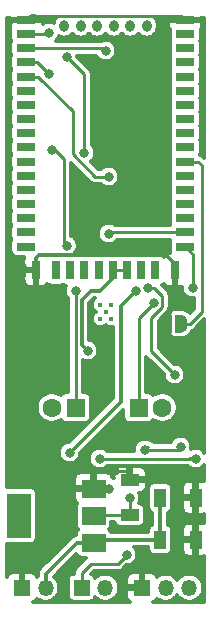
<source format=gbr>
%TF.GenerationSoftware,KiCad,Pcbnew,(5.1.8)-1*%
%TF.CreationDate,2020-11-16T23:50:31-05:00*%
%TF.ProjectId,podemu_customboard,706f6465-6d75-45f6-9375-73746f6d626f,rev?*%
%TF.SameCoordinates,Original*%
%TF.FileFunction,Copper,L2,Bot*%
%TF.FilePolarity,Positive*%
%FSLAX46Y46*%
G04 Gerber Fmt 4.6, Leading zero omitted, Abs format (unit mm)*
G04 Created by KiCad (PCBNEW (5.1.8)-1) date 2020-11-16 23:50:31*
%MOMM*%
%LPD*%
G01*
G04 APERTURE LIST*
%TA.AperFunction,SMDPad,CuDef*%
%ADD10R,1.000000X1.600000*%
%TD*%
%TA.AperFunction,ComponentPad*%
%ADD11C,0.400000*%
%TD*%
%TA.AperFunction,ComponentPad*%
%ADD12O,1.350000X1.350000*%
%TD*%
%TA.AperFunction,ComponentPad*%
%ADD13R,1.350000X1.350000*%
%TD*%
%TA.AperFunction,SMDPad,CuDef*%
%ADD14R,1.600000X0.800000*%
%TD*%
%TA.AperFunction,SMDPad,CuDef*%
%ADD15R,0.800000X1.600000*%
%TD*%
%TA.AperFunction,SMDPad,CuDef*%
%ADD16O,0.800000X1.000000*%
%TD*%
%TA.AperFunction,SMDPad,CuDef*%
%ADD17R,1.600000X1.000000*%
%TD*%
%TA.AperFunction,ComponentPad*%
%ADD18C,1.600000*%
%TD*%
%TA.AperFunction,ComponentPad*%
%ADD19R,1.600000X1.600000*%
%TD*%
%TA.AperFunction,SMDPad,CuDef*%
%ADD20C,0.100000*%
%TD*%
%TA.AperFunction,SMDPad,CuDef*%
%ADD21R,2.000000X1.500000*%
%TD*%
%TA.AperFunction,SMDPad,CuDef*%
%ADD22R,2.000000X3.800000*%
%TD*%
%TA.AperFunction,ViaPad*%
%ADD23C,0.800000*%
%TD*%
%TA.AperFunction,Conductor*%
%ADD24C,0.250000*%
%TD*%
%TA.AperFunction,Conductor*%
%ADD25C,0.300000*%
%TD*%
%TA.AperFunction,Conductor*%
%ADD26C,0.100000*%
%TD*%
G04 APERTURE END LIST*
D10*
%TO.P,0.1uF,1*%
%TO.N,+5V*%
X179372000Y-136652000D03*
%TO.P,0.1uF,2*%
%TO.N,GND*%
X182372000Y-136652000D03*
%TD*%
D11*
%TO.P,U2,12*%
%TO.N,N/C*%
X174302000Y-120304000D03*
%TO.P,U2,13*%
X175202000Y-120304000D03*
%TO.P,U2,14*%
X174752000Y-120904000D03*
%TO.P,U2,15*%
X174302000Y-121504000D03*
%TO.P,U2,16*%
X175202000Y-121504000D03*
%TD*%
D12*
%TO.P,L R,3*%
%TO.N,Net-(C9-Pad2)*%
X181832000Y-144272000D03*
%TO.P,L R,2*%
%TO.N,Net-(C10-Pad2)*%
X179832000Y-144272000D03*
D13*
%TO.P,L R,1*%
%TO.N,GND*%
X177832000Y-144272000D03*
%TD*%
D14*
%TO.P,RN52,1*%
%TO.N,GND*%
X181502000Y-96194000D03*
%TO.P,RN52,2*%
%TO.N,Net-(BT1-Pad2)*%
X181502000Y-97394000D03*
%TO.P,RN52,3*%
%TO.N,Net-(BT1-Pad3)*%
X181502000Y-98594000D03*
%TO.P,RN52,4*%
%TO.N,Net-(BT1-Pad4)*%
X181502000Y-99794000D03*
%TO.P,RN52,5*%
%TO.N,Net-(BT1-Pad5)*%
X181502000Y-100994000D03*
%TO.P,RN52,6*%
%TO.N,Net-(BT1-Pad6)*%
X181502000Y-102194000D03*
%TO.P,RN52,7*%
%TO.N,Net-(BT1-Pad7)*%
X181502000Y-103394000D03*
%TO.P,RN52,8*%
%TO.N,Net-(BT1-Pad8)*%
X181502000Y-104594000D03*
%TO.P,RN52,9*%
%TO.N,Net-(BT1-Pad9)*%
X181502000Y-105794000D03*
%TO.P,RN52,10*%
%TO.N,Net-(BT1-Pad10)*%
X181502000Y-106994000D03*
%TO.P,RN52,11*%
%TO.N,Net-(BT1-Pad11)*%
X181502000Y-108194000D03*
%TO.P,RN52,12*%
%TO.N,Net-(BT1-Pad12)*%
X181502000Y-109394000D03*
%TO.P,RN52,13*%
%TO.N,Net-(BT1-Pad13)*%
X181502000Y-110594000D03*
%TO.P,RN52,14*%
%TO.N,Net-(BT1-Pad14)*%
X181502000Y-111794000D03*
%TO.P,RN52,15*%
%TO.N,Net-(BT1-Pad15)*%
X181502000Y-112994000D03*
%TO.P,RN52,16*%
%TO.N,Net-(BT1-Pad16)*%
X181502000Y-114194000D03*
%TO.P,RN52,17*%
%TO.N,Net-(BT1-Pad17)*%
X181502000Y-115394000D03*
D15*
%TO.P,RN52,18*%
%TO.N,GND*%
X180652000Y-117394000D03*
%TO.P,RN52,19*%
%TO.N,Net-(BT1-Pad19)*%
X178952000Y-117394000D03*
%TO.P,RN52,20*%
%TO.N,Net-(BT1-Pad20)*%
X177752000Y-117394000D03*
%TO.P,RN52,21*%
%TO.N,+3V3*%
X176552000Y-117394000D03*
%TO.P,RN52,22*%
X175352000Y-117394000D03*
%TO.P,RN52,23*%
%TO.N,Net-(BT1-Pad23)*%
X174152000Y-117394000D03*
%TO.P,RN52,24*%
%TO.N,Net-(BT1-Pad24)*%
X172952000Y-117394000D03*
%TO.P,RN52,25*%
%TO.N,Net-(BT1-Pad25)*%
X171752000Y-117394000D03*
%TO.P,RN52,26*%
%TO.N,Net-(BT1-Pad26)*%
X170552000Y-117394000D03*
%TO.P,RN52,27*%
%TO.N,GND*%
X168852000Y-117394000D03*
D14*
%TO.P,RN52,28*%
%TO.N,Net-(BT1-Pad28)*%
X168002000Y-115394000D03*
%TO.P,RN52,29*%
%TO.N,Net-(BT1-Pad29)*%
X168002000Y-114194000D03*
%TO.P,RN52,30*%
%TO.N,Net-(BT1-Pad30)*%
X168002000Y-112994000D03*
%TO.P,RN52,31*%
%TO.N,Net-(BT1-Pad31)*%
X168002000Y-111794000D03*
%TO.P,RN52,32*%
%TO.N,Net-(BT1-Pad32)*%
X168002000Y-110594000D03*
%TO.P,RN52,33*%
%TO.N,Net-(BT1-Pad33)*%
X168002000Y-109394000D03*
%TO.P,RN52,34*%
%TO.N,Net-(BT1-Pad34)*%
X168002000Y-108194000D03*
%TO.P,RN52,35*%
%TO.N,Net-(BT1-Pad35)*%
X168002000Y-106994000D03*
%TO.P,RN52,36*%
%TO.N,Net-(BT1-Pad36)*%
X168002000Y-105794000D03*
%TO.P,RN52,37*%
%TO.N,Net-(BT1-Pad37)*%
X168002000Y-104594000D03*
%TO.P,RN52,38*%
%TO.N,Net-(BT1-Pad38)*%
X168002000Y-103394000D03*
%TO.P,RN52,39*%
%TO.N,Net-(BT1-Pad39)*%
X168002000Y-102194000D03*
%TO.P,RN52,40*%
%TO.N,Net-(BT1-Pad40)*%
X168002000Y-100994000D03*
%TO.P,RN52,41*%
%TO.N,Net-(BT1-Pad41)*%
X168002000Y-99794000D03*
%TO.P,RN52,42*%
%TO.N,Net-(BT1-Pad42)*%
X168002000Y-98594000D03*
%TO.P,RN52,43*%
%TO.N,Net-(BT1-Pad43)*%
X168002000Y-97394000D03*
%TO.P,RN52,44*%
%TO.N,GND*%
X168002000Y-96194000D03*
D16*
%TO.P,RN52,45*%
%TO.N,Net-(BT1-Pad45)*%
X171252000Y-96694000D03*
%TO.P,RN52,46*%
%TO.N,Net-(BT1-Pad46)*%
X172652000Y-96694000D03*
%TO.P,RN52,47*%
%TO.N,Net-(BT1-Pad47)*%
X174052000Y-96694000D03*
%TO.P,RN52,48*%
%TO.N,Net-(BT1-Pad48)*%
X175452000Y-96694000D03*
%TO.P,RN52,49*%
%TO.N,Net-(BT1-Pad49)*%
X176852000Y-96694000D03*
%TO.P,RN52,50*%
%TO.N,Net-(BT1-Pad50)*%
X178252000Y-96694000D03*
%TD*%
D10*
%TO.P,0.1uF,2*%
%TO.N,GND*%
X182372000Y-140208000D03*
%TO.P,0.1uF,1*%
%TO.N,+5V*%
X179372000Y-140208000D03*
%TD*%
D17*
%TO.P,C3,1*%
%TO.N,+3V3*%
X176784000Y-138128000D03*
%TO.P,C3,2*%
%TO.N,GND*%
X176784000Y-135128000D03*
%TD*%
D18*
%TO.P,220uF,2*%
%TO.N,Net-(C9-Pad2)*%
X179546000Y-129032000D03*
D19*
%TO.P,220uF,1*%
%TO.N,Net-(C9-Pad1)*%
X177546000Y-129032000D03*
%TD*%
%TO.P,220uF,1*%
%TO.N,Net-(C10-Pad1)*%
X172212000Y-129032000D03*
D18*
%TO.P,220uF,2*%
%TO.N,Net-(C10-Pad2)*%
X170212000Y-129032000D03*
%TD*%
D12*
%TO.P,- +,2*%
%TO.N,+5V*%
X169672000Y-144272000D03*
D13*
%TO.P,- +,1*%
%TO.N,GND*%
X167672000Y-144272000D03*
%TD*%
%TA.AperFunction,SMDPad,CuDef*%
D20*
%TO.P,CMD,1*%
%TO.N,Net-(BT1-Pad11)*%
G36*
X180632000Y-121170000D02*
G01*
X181132000Y-121170000D01*
X181132000Y-121170602D01*
X181156534Y-121170602D01*
X181205365Y-121175412D01*
X181253490Y-121184984D01*
X181300445Y-121199228D01*
X181345778Y-121218005D01*
X181389051Y-121241136D01*
X181429850Y-121268396D01*
X181467779Y-121299524D01*
X181502476Y-121334221D01*
X181533604Y-121372150D01*
X181560864Y-121412949D01*
X181583995Y-121456222D01*
X181602772Y-121501555D01*
X181617016Y-121548510D01*
X181626588Y-121596635D01*
X181631398Y-121645466D01*
X181631398Y-121670000D01*
X181632000Y-121670000D01*
X181632000Y-122170000D01*
X181631398Y-122170000D01*
X181631398Y-122194534D01*
X181626588Y-122243365D01*
X181617016Y-122291490D01*
X181602772Y-122338445D01*
X181583995Y-122383778D01*
X181560864Y-122427051D01*
X181533604Y-122467850D01*
X181502476Y-122505779D01*
X181467779Y-122540476D01*
X181429850Y-122571604D01*
X181389051Y-122598864D01*
X181345778Y-122621995D01*
X181300445Y-122640772D01*
X181253490Y-122655016D01*
X181205365Y-122664588D01*
X181156534Y-122669398D01*
X181132000Y-122669398D01*
X181132000Y-122670000D01*
X180632000Y-122670000D01*
X180632000Y-121170000D01*
G37*
%TD.AperFunction*%
%TA.AperFunction,SMDPad,CuDef*%
%TO.P,CMD,2*%
%TO.N,GND*%
G36*
X179832000Y-122669398D02*
G01*
X179807466Y-122669398D01*
X179758635Y-122664588D01*
X179710510Y-122655016D01*
X179663555Y-122640772D01*
X179618222Y-122621995D01*
X179574949Y-122598864D01*
X179534150Y-122571604D01*
X179496221Y-122540476D01*
X179461524Y-122505779D01*
X179430396Y-122467850D01*
X179403136Y-122427051D01*
X179380005Y-122383778D01*
X179361228Y-122338445D01*
X179346984Y-122291490D01*
X179337412Y-122243365D01*
X179332602Y-122194534D01*
X179332602Y-122170000D01*
X179332000Y-122170000D01*
X179332000Y-121670000D01*
X179332602Y-121670000D01*
X179332602Y-121645466D01*
X179337412Y-121596635D01*
X179346984Y-121548510D01*
X179361228Y-121501555D01*
X179380005Y-121456222D01*
X179403136Y-121412949D01*
X179430396Y-121372150D01*
X179461524Y-121334221D01*
X179496221Y-121299524D01*
X179534150Y-121268396D01*
X179574949Y-121241136D01*
X179618222Y-121218005D01*
X179663555Y-121199228D01*
X179710510Y-121184984D01*
X179758635Y-121175412D01*
X179807466Y-121170602D01*
X179832000Y-121170602D01*
X179832000Y-121170000D01*
X180332000Y-121170000D01*
X180332000Y-122670000D01*
X179832000Y-122670000D01*
X179832000Y-122669398D01*
G37*
%TD.AperFunction*%
%TD*%
D21*
%TO.P,AMS1117,1*%
%TO.N,GND*%
X173736000Y-135876000D03*
%TO.P,AMS1117,3*%
%TO.N,+5V*%
X173736000Y-140476000D03*
%TO.P,AMS1117,2*%
%TO.N,+3V3*%
X173736000Y-138176000D03*
D22*
%TO.P,AMS1117,4*%
%TO.N,N/C*%
X167436000Y-138176000D03*
%TD*%
D12*
%TO.P,TX RX,2*%
%TO.N,Net-(BT1-Pad17)*%
X174720000Y-144272000D03*
D13*
%TO.P,TX RX,1*%
%TO.N,Net-(BT1-Pad16)*%
X172720000Y-144272000D03*
%TD*%
D23*
%TO.N,GND*%
X174752000Y-101092000D03*
X175006000Y-107188000D03*
X175006000Y-112014000D03*
X179832000Y-97028000D03*
X167132000Y-124714000D03*
X167132000Y-128524000D03*
X167132000Y-132842000D03*
X167132000Y-141732000D03*
X175514000Y-139192000D03*
X179832000Y-123698000D03*
X167132000Y-117348000D03*
X167132000Y-121158000D03*
X175514000Y-134366000D03*
X174244000Y-126492000D03*
X174498000Y-122936000D03*
X169926000Y-137922000D03*
X175006000Y-135890000D03*
%TO.N,Net-(BT1-Pad16)*%
X178054000Y-132588000D03*
X176530000Y-141478000D03*
X181102000Y-132334000D03*
X175006000Y-114300000D03*
X180594000Y-126238000D03*
X178308000Y-118872000D03*
%TO.N,Net-(BT1-Pad17)*%
X182372000Y-133350000D03*
X174244000Y-133350000D03*
X182118000Y-118872000D03*
%TO.N,+3V3*%
X176784000Y-136652000D03*
X173228000Y-124206000D03*
%TO.N,Net-(BT1-Pad40)*%
X175006000Y-109474000D03*
%TO.N,Net-(BT1-Pad41)*%
X169950000Y-100814000D03*
%TO.N,Net-(BT1-Pad42)*%
X174752000Y-98806000D03*
%TO.N,Net-(BT1-Pad43)*%
X172950000Y-107466000D03*
X171450000Y-99319000D03*
X169926000Y-97282000D03*
%TO.N,+5V*%
X171704000Y-132842000D03*
X177292000Y-119126000D03*
%TO.N,Net-(C9-Pad1)*%
X178816000Y-120142000D03*
%TO.N,Net-(C10-Pad1)*%
X172212000Y-119126000D03*
%TO.N,Net-(R3-Pad1)*%
X171500001Y-115316000D03*
X170180000Y-107188000D03*
%TD*%
D24*
%TO.N,GND*%
X181176990Y-95868990D02*
X181502000Y-96194000D01*
X168327010Y-95868990D02*
X181176990Y-95868990D01*
X168002000Y-96194000D02*
X168327010Y-95868990D01*
X167640000Y-116840000D02*
X168194000Y-117394000D01*
X166624000Y-115824000D02*
X167640000Y-116840000D01*
D25*
X169118000Y-116078000D02*
X168852000Y-116344000D01*
X179832000Y-116078000D02*
X169118000Y-116078000D01*
X180652000Y-116898000D02*
X179832000Y-116078000D01*
X180652000Y-117394000D02*
X180652000Y-116898000D01*
X168852000Y-116344000D02*
X168852000Y-117394000D01*
X168194000Y-117394000D02*
X166624000Y-115824000D01*
X168852000Y-117394000D02*
X168194000Y-117394000D01*
X166624000Y-115824000D02*
X166624000Y-96522000D01*
X166624000Y-96522000D02*
X166952000Y-96194000D01*
X166952000Y-96194000D02*
X168002000Y-96194000D01*
X168534990Y-95879010D02*
X168799010Y-95879010D01*
X168220000Y-96194000D02*
X168534990Y-95879010D01*
X168002000Y-96194000D02*
X168220000Y-96194000D01*
D24*
X173736000Y-135876000D02*
X173736000Y-134366000D01*
X173736000Y-134366000D02*
X175514000Y-134366000D01*
X176784000Y-134366000D02*
X176784000Y-135128000D01*
X175514000Y-134366000D02*
X176784000Y-134366000D01*
%TO.N,Net-(BT1-Pad11)*%
X181864000Y-121920000D02*
X181132000Y-121920000D01*
X182880000Y-120904000D02*
X181864000Y-121920000D01*
X182880000Y-108522000D02*
X182880000Y-120904000D01*
X182552000Y-108194000D02*
X182880000Y-108522000D01*
X181502000Y-108194000D02*
X182552000Y-108194000D01*
%TO.N,Net-(BT1-Pad16)*%
X178308000Y-132334000D02*
X178054000Y-132588000D01*
X175768000Y-142240000D02*
X176530000Y-141478000D01*
X172466000Y-144050000D02*
X172244000Y-144272000D01*
X172720000Y-143002000D02*
X173482000Y-142240000D01*
X172720000Y-144272000D02*
X172720000Y-143002000D01*
X173482000Y-142240000D02*
X175768000Y-142240000D01*
X180848000Y-132588000D02*
X181102000Y-132334000D01*
X178054000Y-132588000D02*
X180848000Y-132588000D01*
X181502000Y-114194000D02*
X175112000Y-114194000D01*
X175112000Y-114194000D02*
X175006000Y-114300000D01*
X178619990Y-124263990D02*
X180594000Y-126238000D01*
X178619990Y-121411012D02*
X178619990Y-124263990D01*
X179541001Y-119539316D02*
X179541001Y-120490001D01*
X178873685Y-118872000D02*
X179541001Y-119539316D01*
X179541001Y-120490001D02*
X178619990Y-121411012D01*
X178308000Y-118872000D02*
X178873685Y-118872000D01*
%TO.N,Net-(BT1-Pad17)*%
X182118000Y-116010000D02*
X181502000Y-115394000D01*
X182118000Y-118872000D02*
X182118000Y-116010000D01*
X176893002Y-133350000D02*
X181864000Y-133350000D01*
X174244000Y-133350000D02*
X176893002Y-133350000D01*
D25*
X181864000Y-133350000D02*
X182372000Y-133350000D01*
D24*
%TO.N,+3V3*%
X173240000Y-138128000D02*
X173192000Y-138176000D01*
X176784000Y-138128000D02*
X173240000Y-138128000D01*
X176784000Y-138128000D02*
X176784000Y-136652000D01*
X175352000Y-117394000D02*
X176552000Y-117394000D01*
D25*
X172974000Y-119634000D02*
X172720000Y-119888000D01*
X173482000Y-119126000D02*
X172974000Y-119634000D01*
X172720000Y-123698000D02*
X173228000Y-124206000D01*
X175352000Y-117394000D02*
X175352000Y-118024002D01*
X174250002Y-119126000D02*
X173482000Y-119126000D01*
X175352000Y-118024002D02*
X174250002Y-119126000D01*
X172720000Y-119888000D02*
X172720000Y-123698000D01*
D24*
%TO.N,Net-(BT1-Pad40)*%
X173884998Y-109474000D02*
X171958000Y-107547002D01*
X175006000Y-109474000D02*
X173884998Y-109474000D01*
X171958000Y-107547002D02*
X171958000Y-103886000D01*
X169066000Y-100994000D02*
X168002000Y-100994000D01*
X171958000Y-103886000D02*
X169066000Y-100994000D01*
%TO.N,Net-(BT1-Pad41)*%
X168930000Y-99794000D02*
X168002000Y-99794000D01*
X169950000Y-100814000D02*
X168930000Y-99794000D01*
%TO.N,Net-(BT1-Pad42)*%
X174540000Y-98594000D02*
X168002000Y-98594000D01*
X174752000Y-98806000D02*
X174540000Y-98594000D01*
%TO.N,Net-(BT1-Pad43)*%
X172950000Y-107466000D02*
X172950000Y-100814000D01*
X172950000Y-100814000D02*
X171450000Y-99314000D01*
X171450000Y-99314000D02*
X171450000Y-99319000D01*
X169814000Y-97394000D02*
X169926000Y-97282000D01*
X168002000Y-97394000D02*
X169814000Y-97394000D01*
%TO.N,+5V*%
X173460000Y-140208000D02*
X173192000Y-140476000D01*
X172310000Y-140476000D02*
X173192000Y-140476000D01*
D25*
X169672000Y-143114000D02*
X172310000Y-140476000D01*
X169672000Y-144272000D02*
X169672000Y-143114000D01*
X172310000Y-140476000D02*
X173736000Y-140476000D01*
X174484000Y-140476000D02*
X174752000Y-140208000D01*
X173736000Y-140476000D02*
X174484000Y-140476000D01*
D24*
X174752000Y-140208000D02*
X173460000Y-140208000D01*
D25*
X174752000Y-140208000D02*
X179372000Y-140208000D01*
X179372000Y-140208000D02*
X179372000Y-136652000D01*
X177292000Y-119126000D02*
X176022000Y-120396000D01*
X176022000Y-128524000D02*
X171704000Y-132842000D01*
X176022000Y-120396000D02*
X176022000Y-128524000D01*
D24*
%TO.N,Net-(C9-Pad1)*%
X177546000Y-121412000D02*
X178816000Y-120142000D01*
X177546000Y-129032000D02*
X177546000Y-121412000D01*
%TO.N,Net-(C10-Pad1)*%
X172212000Y-129032000D02*
X172212000Y-119126000D01*
%TO.N,Net-(R3-Pad1)*%
X171500001Y-115316000D02*
X171450000Y-115316000D01*
X171450000Y-115316000D02*
X171196000Y-115062000D01*
X171196000Y-115062000D02*
X171196000Y-107950000D01*
X170434000Y-107188000D02*
X170180000Y-107188000D01*
X171196000Y-107950000D02*
X170434000Y-107188000D01*
%TD*%
D25*
%TO.N,GND*%
X183117000Y-135247072D02*
X182999422Y-135211405D01*
X182872000Y-135198855D01*
X182634500Y-135202000D01*
X182472000Y-135364500D01*
X182472000Y-136552000D01*
X182492000Y-136552000D01*
X182492000Y-136752000D01*
X182472000Y-136752000D01*
X182472000Y-137939500D01*
X182634500Y-138102000D01*
X182872000Y-138105145D01*
X182999422Y-138092595D01*
X183117000Y-138056928D01*
X183117000Y-138803072D01*
X182999422Y-138767405D01*
X182872000Y-138754855D01*
X182634500Y-138758000D01*
X182472000Y-138920500D01*
X182472000Y-140108000D01*
X182492000Y-140108000D01*
X182492000Y-140308000D01*
X182472000Y-140308000D01*
X182472000Y-141495500D01*
X182634500Y-141658000D01*
X182872000Y-141661145D01*
X182999422Y-141648595D01*
X183117000Y-141612928D01*
X183117000Y-145525000D01*
X178804519Y-145525000D01*
X178869868Y-145490070D01*
X178968843Y-145408843D01*
X179050070Y-145309868D01*
X179108035Y-145201423D01*
X179275429Y-145313271D01*
X179489265Y-145401845D01*
X179716273Y-145447000D01*
X179947727Y-145447000D01*
X180174735Y-145401845D01*
X180388571Y-145313271D01*
X180581019Y-145184682D01*
X180744682Y-145021019D01*
X180832000Y-144890338D01*
X180919318Y-145021019D01*
X181082981Y-145184682D01*
X181275429Y-145313271D01*
X181489265Y-145401845D01*
X181716273Y-145447000D01*
X181947727Y-145447000D01*
X182174735Y-145401845D01*
X182388571Y-145313271D01*
X182581019Y-145184682D01*
X182744682Y-145021019D01*
X182873271Y-144828571D01*
X182961845Y-144614735D01*
X183007000Y-144387727D01*
X183007000Y-144156273D01*
X182961845Y-143929265D01*
X182873271Y-143715429D01*
X182744682Y-143522981D01*
X182581019Y-143359318D01*
X182388571Y-143230729D01*
X182174735Y-143142155D01*
X181947727Y-143097000D01*
X181716273Y-143097000D01*
X181489265Y-143142155D01*
X181275429Y-143230729D01*
X181082981Y-143359318D01*
X180919318Y-143522981D01*
X180832000Y-143653662D01*
X180744682Y-143522981D01*
X180581019Y-143359318D01*
X180388571Y-143230729D01*
X180174735Y-143142155D01*
X179947727Y-143097000D01*
X179716273Y-143097000D01*
X179489265Y-143142155D01*
X179275429Y-143230729D01*
X179108035Y-143342577D01*
X179050070Y-143234132D01*
X178968843Y-143135157D01*
X178869868Y-143053930D01*
X178756948Y-142993573D01*
X178634422Y-142956405D01*
X178507000Y-142943855D01*
X178094500Y-142947000D01*
X177932000Y-143109500D01*
X177932000Y-144172000D01*
X177952000Y-144172000D01*
X177952000Y-144372000D01*
X177932000Y-144372000D01*
X177932000Y-144392000D01*
X177732000Y-144392000D01*
X177732000Y-144372000D01*
X176669500Y-144372000D01*
X176507000Y-144534500D01*
X176503855Y-144947000D01*
X176516405Y-145074422D01*
X176553573Y-145196948D01*
X176613930Y-145309868D01*
X176695157Y-145408843D01*
X176794132Y-145490070D01*
X176859481Y-145525000D01*
X168644519Y-145525000D01*
X168709868Y-145490070D01*
X168808843Y-145408843D01*
X168890070Y-145309868D01*
X168948035Y-145201423D01*
X169115429Y-145313271D01*
X169329265Y-145401845D01*
X169556273Y-145447000D01*
X169787727Y-145447000D01*
X170014735Y-145401845D01*
X170228571Y-145313271D01*
X170421019Y-145184682D01*
X170584682Y-145021019D01*
X170713271Y-144828571D01*
X170801845Y-144614735D01*
X170847000Y-144387727D01*
X170847000Y-144156273D01*
X170801845Y-143929265D01*
X170713271Y-143715429D01*
X170584682Y-143522981D01*
X170421019Y-143359318D01*
X170376000Y-143329238D01*
X172277101Y-141428138D01*
X172318254Y-141505129D01*
X172380736Y-141581264D01*
X172456871Y-141643746D01*
X172543733Y-141690175D01*
X172637983Y-141718765D01*
X172736000Y-141728419D01*
X173120170Y-141728419D01*
X173037920Y-141795920D01*
X173018347Y-141819770D01*
X172299772Y-142538346D01*
X172275921Y-142557920D01*
X172250487Y-142588912D01*
X172197818Y-142653089D01*
X172139782Y-142761666D01*
X172104044Y-142879479D01*
X172091977Y-143002000D01*
X172095001Y-143032703D01*
X172095001Y-143094581D01*
X172045000Y-143094581D01*
X171946983Y-143104235D01*
X171852733Y-143132825D01*
X171765871Y-143179254D01*
X171689736Y-143241736D01*
X171627254Y-143317871D01*
X171580825Y-143404733D01*
X171552235Y-143498983D01*
X171542581Y-143597000D01*
X171542581Y-144947000D01*
X171552235Y-145045017D01*
X171580825Y-145139267D01*
X171627254Y-145226129D01*
X171689736Y-145302264D01*
X171765871Y-145364746D01*
X171852733Y-145411175D01*
X171946983Y-145439765D01*
X172045000Y-145449419D01*
X173395000Y-145449419D01*
X173493017Y-145439765D01*
X173587267Y-145411175D01*
X173674129Y-145364746D01*
X173750264Y-145302264D01*
X173812746Y-145226129D01*
X173859175Y-145139267D01*
X173874627Y-145088328D01*
X173970981Y-145184682D01*
X174163429Y-145313271D01*
X174377265Y-145401845D01*
X174604273Y-145447000D01*
X174835727Y-145447000D01*
X175062735Y-145401845D01*
X175276571Y-145313271D01*
X175469019Y-145184682D01*
X175632682Y-145021019D01*
X175761271Y-144828571D01*
X175849845Y-144614735D01*
X175895000Y-144387727D01*
X175895000Y-144156273D01*
X175849845Y-143929265D01*
X175761271Y-143715429D01*
X175682140Y-143597000D01*
X176503855Y-143597000D01*
X176507000Y-144009500D01*
X176669500Y-144172000D01*
X177732000Y-144172000D01*
X177732000Y-143109500D01*
X177569500Y-142947000D01*
X177157000Y-142943855D01*
X177029578Y-142956405D01*
X176907052Y-142993573D01*
X176794132Y-143053930D01*
X176695157Y-143135157D01*
X176613930Y-143234132D01*
X176553573Y-143347052D01*
X176516405Y-143469578D01*
X176503855Y-143597000D01*
X175682140Y-143597000D01*
X175632682Y-143522981D01*
X175469019Y-143359318D01*
X175276571Y-143230729D01*
X175062735Y-143142155D01*
X174835727Y-143097000D01*
X174604273Y-143097000D01*
X174377265Y-143142155D01*
X174163429Y-143230729D01*
X173970981Y-143359318D01*
X173874627Y-143455672D01*
X173859175Y-143404733D01*
X173812746Y-143317871D01*
X173750264Y-143241736D01*
X173674129Y-143179254D01*
X173587267Y-143132825D01*
X173499639Y-143106244D01*
X173740883Y-142865000D01*
X175737306Y-142865000D01*
X175768000Y-142868023D01*
X175798694Y-142865000D01*
X175798704Y-142865000D01*
X175890521Y-142855957D01*
X176008334Y-142820219D01*
X176116911Y-142762183D01*
X176212080Y-142684080D01*
X176231658Y-142660224D01*
X176513882Y-142378000D01*
X176618642Y-142378000D01*
X176792520Y-142343414D01*
X176956310Y-142275570D01*
X177103717Y-142177076D01*
X177229076Y-142051717D01*
X177327570Y-141904310D01*
X177395414Y-141740520D01*
X177430000Y-141566642D01*
X177430000Y-141389358D01*
X177395414Y-141215480D01*
X177327570Y-141051690D01*
X177229076Y-140904283D01*
X177182793Y-140858000D01*
X178369581Y-140858000D01*
X178369581Y-141008000D01*
X178379235Y-141106017D01*
X178407825Y-141200267D01*
X178454254Y-141287129D01*
X178516736Y-141363264D01*
X178592871Y-141425746D01*
X178679733Y-141472175D01*
X178773983Y-141500765D01*
X178872000Y-141510419D01*
X179872000Y-141510419D01*
X179970017Y-141500765D01*
X180064267Y-141472175D01*
X180151129Y-141425746D01*
X180227264Y-141363264D01*
X180289746Y-141287129D01*
X180336175Y-141200267D01*
X180364765Y-141106017D01*
X180374419Y-141008000D01*
X181218855Y-141008000D01*
X181231405Y-141135422D01*
X181268573Y-141257948D01*
X181328930Y-141370868D01*
X181410157Y-141469843D01*
X181509132Y-141551070D01*
X181622052Y-141611427D01*
X181744578Y-141648595D01*
X181872000Y-141661145D01*
X182109500Y-141658000D01*
X182272000Y-141495500D01*
X182272000Y-140308000D01*
X181384500Y-140308000D01*
X181222000Y-140470500D01*
X181218855Y-141008000D01*
X180374419Y-141008000D01*
X180374419Y-139408000D01*
X181218855Y-139408000D01*
X181222000Y-139945500D01*
X181384500Y-140108000D01*
X182272000Y-140108000D01*
X182272000Y-138920500D01*
X182109500Y-138758000D01*
X181872000Y-138754855D01*
X181744578Y-138767405D01*
X181622052Y-138804573D01*
X181509132Y-138864930D01*
X181410157Y-138946157D01*
X181328930Y-139045132D01*
X181268573Y-139158052D01*
X181231405Y-139280578D01*
X181218855Y-139408000D01*
X180374419Y-139408000D01*
X180364765Y-139309983D01*
X180336175Y-139215733D01*
X180289746Y-139128871D01*
X180227264Y-139052736D01*
X180151129Y-138990254D01*
X180064267Y-138943825D01*
X180022000Y-138931004D01*
X180022000Y-137928996D01*
X180064267Y-137916175D01*
X180151129Y-137869746D01*
X180227264Y-137807264D01*
X180289746Y-137731129D01*
X180336175Y-137644267D01*
X180364765Y-137550017D01*
X180374419Y-137452000D01*
X181218855Y-137452000D01*
X181231405Y-137579422D01*
X181268573Y-137701948D01*
X181328930Y-137814868D01*
X181410157Y-137913843D01*
X181509132Y-137995070D01*
X181622052Y-138055427D01*
X181744578Y-138092595D01*
X181872000Y-138105145D01*
X182109500Y-138102000D01*
X182272000Y-137939500D01*
X182272000Y-136752000D01*
X181384500Y-136752000D01*
X181222000Y-136914500D01*
X181218855Y-137452000D01*
X180374419Y-137452000D01*
X180374419Y-135852000D01*
X181218855Y-135852000D01*
X181222000Y-136389500D01*
X181384500Y-136552000D01*
X182272000Y-136552000D01*
X182272000Y-135364500D01*
X182109500Y-135202000D01*
X181872000Y-135198855D01*
X181744578Y-135211405D01*
X181622052Y-135248573D01*
X181509132Y-135308930D01*
X181410157Y-135390157D01*
X181328930Y-135489132D01*
X181268573Y-135602052D01*
X181231405Y-135724578D01*
X181218855Y-135852000D01*
X180374419Y-135852000D01*
X180364765Y-135753983D01*
X180336175Y-135659733D01*
X180289746Y-135572871D01*
X180227264Y-135496736D01*
X180151129Y-135434254D01*
X180064267Y-135387825D01*
X179970017Y-135359235D01*
X179872000Y-135349581D01*
X178872000Y-135349581D01*
X178773983Y-135359235D01*
X178679733Y-135387825D01*
X178592871Y-135434254D01*
X178516736Y-135496736D01*
X178454254Y-135572871D01*
X178407825Y-135659733D01*
X178379235Y-135753983D01*
X178369581Y-135852000D01*
X178369581Y-137452000D01*
X178379235Y-137550017D01*
X178407825Y-137644267D01*
X178454254Y-137731129D01*
X178516736Y-137807264D01*
X178592871Y-137869746D01*
X178679733Y-137916175D01*
X178722001Y-137928997D01*
X178722000Y-138931004D01*
X178679733Y-138943825D01*
X178592871Y-138990254D01*
X178516736Y-139052736D01*
X178454254Y-139128871D01*
X178407825Y-139215733D01*
X178379235Y-139309983D01*
X178369581Y-139408000D01*
X178369581Y-139558000D01*
X175207536Y-139558000D01*
X175200175Y-139533733D01*
X175153746Y-139446871D01*
X175091264Y-139370736D01*
X175036753Y-139326000D01*
X175091264Y-139281264D01*
X175153746Y-139205129D01*
X175200175Y-139118267D01*
X175228765Y-139024017D01*
X175238419Y-138926000D01*
X175238419Y-138753000D01*
X175499420Y-138753000D01*
X175519825Y-138820267D01*
X175566254Y-138907129D01*
X175628736Y-138983264D01*
X175704871Y-139045746D01*
X175791733Y-139092175D01*
X175885983Y-139120765D01*
X175984000Y-139130419D01*
X177584000Y-139130419D01*
X177682017Y-139120765D01*
X177776267Y-139092175D01*
X177863129Y-139045746D01*
X177939264Y-138983264D01*
X178001746Y-138907129D01*
X178048175Y-138820267D01*
X178076765Y-138726017D01*
X178086419Y-138628000D01*
X178086419Y-137628000D01*
X178076765Y-137529983D01*
X178048175Y-137435733D01*
X178001746Y-137348871D01*
X177939264Y-137272736D01*
X177863129Y-137210254D01*
X177776267Y-137163825D01*
X177682017Y-137135235D01*
X177584000Y-137125581D01*
X177549985Y-137125581D01*
X177581570Y-137078310D01*
X177649414Y-136914520D01*
X177684000Y-136740642D01*
X177684000Y-136563358D01*
X177649414Y-136389480D01*
X177603735Y-136279201D01*
X177711422Y-136268595D01*
X177833948Y-136231427D01*
X177946868Y-136171070D01*
X178045843Y-136089843D01*
X178127070Y-135990868D01*
X178187427Y-135877948D01*
X178224595Y-135755422D01*
X178237145Y-135628000D01*
X178234000Y-135390500D01*
X178071500Y-135228000D01*
X176884000Y-135228000D01*
X176884000Y-135248000D01*
X176684000Y-135248000D01*
X176684000Y-135228000D01*
X176664000Y-135228000D01*
X176664000Y-135028000D01*
X176684000Y-135028000D01*
X176684000Y-134140500D01*
X176521500Y-133978000D01*
X176008781Y-133975000D01*
X177559219Y-133975000D01*
X177046500Y-133978000D01*
X176884000Y-134140500D01*
X176884000Y-135028000D01*
X178071500Y-135028000D01*
X178234000Y-134865500D01*
X178237145Y-134628000D01*
X178224595Y-134500578D01*
X178187427Y-134378052D01*
X178127070Y-134265132D01*
X178045843Y-134166157D01*
X177946868Y-134084930D01*
X177833948Y-134024573D01*
X177711422Y-133987405D01*
X177585472Y-133975000D01*
X181685168Y-133975000D01*
X181736578Y-133990595D01*
X181740154Y-133990947D01*
X181798283Y-134049076D01*
X181945690Y-134147570D01*
X182109480Y-134215414D01*
X182283358Y-134250000D01*
X182460642Y-134250000D01*
X182634520Y-134215414D01*
X182798310Y-134147570D01*
X182945717Y-134049076D01*
X183071076Y-133923717D01*
X183117000Y-133854986D01*
X183117000Y-135247072D01*
%TA.AperFunction,Conductor*%
D26*
G36*
X183117000Y-135247072D02*
G01*
X182999422Y-135211405D01*
X182872000Y-135198855D01*
X182634500Y-135202000D01*
X182472000Y-135364500D01*
X182472000Y-136552000D01*
X182492000Y-136552000D01*
X182492000Y-136752000D01*
X182472000Y-136752000D01*
X182472000Y-137939500D01*
X182634500Y-138102000D01*
X182872000Y-138105145D01*
X182999422Y-138092595D01*
X183117000Y-138056928D01*
X183117000Y-138803072D01*
X182999422Y-138767405D01*
X182872000Y-138754855D01*
X182634500Y-138758000D01*
X182472000Y-138920500D01*
X182472000Y-140108000D01*
X182492000Y-140108000D01*
X182492000Y-140308000D01*
X182472000Y-140308000D01*
X182472000Y-141495500D01*
X182634500Y-141658000D01*
X182872000Y-141661145D01*
X182999422Y-141648595D01*
X183117000Y-141612928D01*
X183117000Y-145525000D01*
X178804519Y-145525000D01*
X178869868Y-145490070D01*
X178968843Y-145408843D01*
X179050070Y-145309868D01*
X179108035Y-145201423D01*
X179275429Y-145313271D01*
X179489265Y-145401845D01*
X179716273Y-145447000D01*
X179947727Y-145447000D01*
X180174735Y-145401845D01*
X180388571Y-145313271D01*
X180581019Y-145184682D01*
X180744682Y-145021019D01*
X180832000Y-144890338D01*
X180919318Y-145021019D01*
X181082981Y-145184682D01*
X181275429Y-145313271D01*
X181489265Y-145401845D01*
X181716273Y-145447000D01*
X181947727Y-145447000D01*
X182174735Y-145401845D01*
X182388571Y-145313271D01*
X182581019Y-145184682D01*
X182744682Y-145021019D01*
X182873271Y-144828571D01*
X182961845Y-144614735D01*
X183007000Y-144387727D01*
X183007000Y-144156273D01*
X182961845Y-143929265D01*
X182873271Y-143715429D01*
X182744682Y-143522981D01*
X182581019Y-143359318D01*
X182388571Y-143230729D01*
X182174735Y-143142155D01*
X181947727Y-143097000D01*
X181716273Y-143097000D01*
X181489265Y-143142155D01*
X181275429Y-143230729D01*
X181082981Y-143359318D01*
X180919318Y-143522981D01*
X180832000Y-143653662D01*
X180744682Y-143522981D01*
X180581019Y-143359318D01*
X180388571Y-143230729D01*
X180174735Y-143142155D01*
X179947727Y-143097000D01*
X179716273Y-143097000D01*
X179489265Y-143142155D01*
X179275429Y-143230729D01*
X179108035Y-143342577D01*
X179050070Y-143234132D01*
X178968843Y-143135157D01*
X178869868Y-143053930D01*
X178756948Y-142993573D01*
X178634422Y-142956405D01*
X178507000Y-142943855D01*
X178094500Y-142947000D01*
X177932000Y-143109500D01*
X177932000Y-144172000D01*
X177952000Y-144172000D01*
X177952000Y-144372000D01*
X177932000Y-144372000D01*
X177932000Y-144392000D01*
X177732000Y-144392000D01*
X177732000Y-144372000D01*
X176669500Y-144372000D01*
X176507000Y-144534500D01*
X176503855Y-144947000D01*
X176516405Y-145074422D01*
X176553573Y-145196948D01*
X176613930Y-145309868D01*
X176695157Y-145408843D01*
X176794132Y-145490070D01*
X176859481Y-145525000D01*
X168644519Y-145525000D01*
X168709868Y-145490070D01*
X168808843Y-145408843D01*
X168890070Y-145309868D01*
X168948035Y-145201423D01*
X169115429Y-145313271D01*
X169329265Y-145401845D01*
X169556273Y-145447000D01*
X169787727Y-145447000D01*
X170014735Y-145401845D01*
X170228571Y-145313271D01*
X170421019Y-145184682D01*
X170584682Y-145021019D01*
X170713271Y-144828571D01*
X170801845Y-144614735D01*
X170847000Y-144387727D01*
X170847000Y-144156273D01*
X170801845Y-143929265D01*
X170713271Y-143715429D01*
X170584682Y-143522981D01*
X170421019Y-143359318D01*
X170376000Y-143329238D01*
X172277101Y-141428138D01*
X172318254Y-141505129D01*
X172380736Y-141581264D01*
X172456871Y-141643746D01*
X172543733Y-141690175D01*
X172637983Y-141718765D01*
X172736000Y-141728419D01*
X173120170Y-141728419D01*
X173037920Y-141795920D01*
X173018347Y-141819770D01*
X172299772Y-142538346D01*
X172275921Y-142557920D01*
X172250487Y-142588912D01*
X172197818Y-142653089D01*
X172139782Y-142761666D01*
X172104044Y-142879479D01*
X172091977Y-143002000D01*
X172095001Y-143032703D01*
X172095001Y-143094581D01*
X172045000Y-143094581D01*
X171946983Y-143104235D01*
X171852733Y-143132825D01*
X171765871Y-143179254D01*
X171689736Y-143241736D01*
X171627254Y-143317871D01*
X171580825Y-143404733D01*
X171552235Y-143498983D01*
X171542581Y-143597000D01*
X171542581Y-144947000D01*
X171552235Y-145045017D01*
X171580825Y-145139267D01*
X171627254Y-145226129D01*
X171689736Y-145302264D01*
X171765871Y-145364746D01*
X171852733Y-145411175D01*
X171946983Y-145439765D01*
X172045000Y-145449419D01*
X173395000Y-145449419D01*
X173493017Y-145439765D01*
X173587267Y-145411175D01*
X173674129Y-145364746D01*
X173750264Y-145302264D01*
X173812746Y-145226129D01*
X173859175Y-145139267D01*
X173874627Y-145088328D01*
X173970981Y-145184682D01*
X174163429Y-145313271D01*
X174377265Y-145401845D01*
X174604273Y-145447000D01*
X174835727Y-145447000D01*
X175062735Y-145401845D01*
X175276571Y-145313271D01*
X175469019Y-145184682D01*
X175632682Y-145021019D01*
X175761271Y-144828571D01*
X175849845Y-144614735D01*
X175895000Y-144387727D01*
X175895000Y-144156273D01*
X175849845Y-143929265D01*
X175761271Y-143715429D01*
X175682140Y-143597000D01*
X176503855Y-143597000D01*
X176507000Y-144009500D01*
X176669500Y-144172000D01*
X177732000Y-144172000D01*
X177732000Y-143109500D01*
X177569500Y-142947000D01*
X177157000Y-142943855D01*
X177029578Y-142956405D01*
X176907052Y-142993573D01*
X176794132Y-143053930D01*
X176695157Y-143135157D01*
X176613930Y-143234132D01*
X176553573Y-143347052D01*
X176516405Y-143469578D01*
X176503855Y-143597000D01*
X175682140Y-143597000D01*
X175632682Y-143522981D01*
X175469019Y-143359318D01*
X175276571Y-143230729D01*
X175062735Y-143142155D01*
X174835727Y-143097000D01*
X174604273Y-143097000D01*
X174377265Y-143142155D01*
X174163429Y-143230729D01*
X173970981Y-143359318D01*
X173874627Y-143455672D01*
X173859175Y-143404733D01*
X173812746Y-143317871D01*
X173750264Y-143241736D01*
X173674129Y-143179254D01*
X173587267Y-143132825D01*
X173499639Y-143106244D01*
X173740883Y-142865000D01*
X175737306Y-142865000D01*
X175768000Y-142868023D01*
X175798694Y-142865000D01*
X175798704Y-142865000D01*
X175890521Y-142855957D01*
X176008334Y-142820219D01*
X176116911Y-142762183D01*
X176212080Y-142684080D01*
X176231658Y-142660224D01*
X176513882Y-142378000D01*
X176618642Y-142378000D01*
X176792520Y-142343414D01*
X176956310Y-142275570D01*
X177103717Y-142177076D01*
X177229076Y-142051717D01*
X177327570Y-141904310D01*
X177395414Y-141740520D01*
X177430000Y-141566642D01*
X177430000Y-141389358D01*
X177395414Y-141215480D01*
X177327570Y-141051690D01*
X177229076Y-140904283D01*
X177182793Y-140858000D01*
X178369581Y-140858000D01*
X178369581Y-141008000D01*
X178379235Y-141106017D01*
X178407825Y-141200267D01*
X178454254Y-141287129D01*
X178516736Y-141363264D01*
X178592871Y-141425746D01*
X178679733Y-141472175D01*
X178773983Y-141500765D01*
X178872000Y-141510419D01*
X179872000Y-141510419D01*
X179970017Y-141500765D01*
X180064267Y-141472175D01*
X180151129Y-141425746D01*
X180227264Y-141363264D01*
X180289746Y-141287129D01*
X180336175Y-141200267D01*
X180364765Y-141106017D01*
X180374419Y-141008000D01*
X181218855Y-141008000D01*
X181231405Y-141135422D01*
X181268573Y-141257948D01*
X181328930Y-141370868D01*
X181410157Y-141469843D01*
X181509132Y-141551070D01*
X181622052Y-141611427D01*
X181744578Y-141648595D01*
X181872000Y-141661145D01*
X182109500Y-141658000D01*
X182272000Y-141495500D01*
X182272000Y-140308000D01*
X181384500Y-140308000D01*
X181222000Y-140470500D01*
X181218855Y-141008000D01*
X180374419Y-141008000D01*
X180374419Y-139408000D01*
X181218855Y-139408000D01*
X181222000Y-139945500D01*
X181384500Y-140108000D01*
X182272000Y-140108000D01*
X182272000Y-138920500D01*
X182109500Y-138758000D01*
X181872000Y-138754855D01*
X181744578Y-138767405D01*
X181622052Y-138804573D01*
X181509132Y-138864930D01*
X181410157Y-138946157D01*
X181328930Y-139045132D01*
X181268573Y-139158052D01*
X181231405Y-139280578D01*
X181218855Y-139408000D01*
X180374419Y-139408000D01*
X180364765Y-139309983D01*
X180336175Y-139215733D01*
X180289746Y-139128871D01*
X180227264Y-139052736D01*
X180151129Y-138990254D01*
X180064267Y-138943825D01*
X180022000Y-138931004D01*
X180022000Y-137928996D01*
X180064267Y-137916175D01*
X180151129Y-137869746D01*
X180227264Y-137807264D01*
X180289746Y-137731129D01*
X180336175Y-137644267D01*
X180364765Y-137550017D01*
X180374419Y-137452000D01*
X181218855Y-137452000D01*
X181231405Y-137579422D01*
X181268573Y-137701948D01*
X181328930Y-137814868D01*
X181410157Y-137913843D01*
X181509132Y-137995070D01*
X181622052Y-138055427D01*
X181744578Y-138092595D01*
X181872000Y-138105145D01*
X182109500Y-138102000D01*
X182272000Y-137939500D01*
X182272000Y-136752000D01*
X181384500Y-136752000D01*
X181222000Y-136914500D01*
X181218855Y-137452000D01*
X180374419Y-137452000D01*
X180374419Y-135852000D01*
X181218855Y-135852000D01*
X181222000Y-136389500D01*
X181384500Y-136552000D01*
X182272000Y-136552000D01*
X182272000Y-135364500D01*
X182109500Y-135202000D01*
X181872000Y-135198855D01*
X181744578Y-135211405D01*
X181622052Y-135248573D01*
X181509132Y-135308930D01*
X181410157Y-135390157D01*
X181328930Y-135489132D01*
X181268573Y-135602052D01*
X181231405Y-135724578D01*
X181218855Y-135852000D01*
X180374419Y-135852000D01*
X180364765Y-135753983D01*
X180336175Y-135659733D01*
X180289746Y-135572871D01*
X180227264Y-135496736D01*
X180151129Y-135434254D01*
X180064267Y-135387825D01*
X179970017Y-135359235D01*
X179872000Y-135349581D01*
X178872000Y-135349581D01*
X178773983Y-135359235D01*
X178679733Y-135387825D01*
X178592871Y-135434254D01*
X178516736Y-135496736D01*
X178454254Y-135572871D01*
X178407825Y-135659733D01*
X178379235Y-135753983D01*
X178369581Y-135852000D01*
X178369581Y-137452000D01*
X178379235Y-137550017D01*
X178407825Y-137644267D01*
X178454254Y-137731129D01*
X178516736Y-137807264D01*
X178592871Y-137869746D01*
X178679733Y-137916175D01*
X178722001Y-137928997D01*
X178722000Y-138931004D01*
X178679733Y-138943825D01*
X178592871Y-138990254D01*
X178516736Y-139052736D01*
X178454254Y-139128871D01*
X178407825Y-139215733D01*
X178379235Y-139309983D01*
X178369581Y-139408000D01*
X178369581Y-139558000D01*
X175207536Y-139558000D01*
X175200175Y-139533733D01*
X175153746Y-139446871D01*
X175091264Y-139370736D01*
X175036753Y-139326000D01*
X175091264Y-139281264D01*
X175153746Y-139205129D01*
X175200175Y-139118267D01*
X175228765Y-139024017D01*
X175238419Y-138926000D01*
X175238419Y-138753000D01*
X175499420Y-138753000D01*
X175519825Y-138820267D01*
X175566254Y-138907129D01*
X175628736Y-138983264D01*
X175704871Y-139045746D01*
X175791733Y-139092175D01*
X175885983Y-139120765D01*
X175984000Y-139130419D01*
X177584000Y-139130419D01*
X177682017Y-139120765D01*
X177776267Y-139092175D01*
X177863129Y-139045746D01*
X177939264Y-138983264D01*
X178001746Y-138907129D01*
X178048175Y-138820267D01*
X178076765Y-138726017D01*
X178086419Y-138628000D01*
X178086419Y-137628000D01*
X178076765Y-137529983D01*
X178048175Y-137435733D01*
X178001746Y-137348871D01*
X177939264Y-137272736D01*
X177863129Y-137210254D01*
X177776267Y-137163825D01*
X177682017Y-137135235D01*
X177584000Y-137125581D01*
X177549985Y-137125581D01*
X177581570Y-137078310D01*
X177649414Y-136914520D01*
X177684000Y-136740642D01*
X177684000Y-136563358D01*
X177649414Y-136389480D01*
X177603735Y-136279201D01*
X177711422Y-136268595D01*
X177833948Y-136231427D01*
X177946868Y-136171070D01*
X178045843Y-136089843D01*
X178127070Y-135990868D01*
X178187427Y-135877948D01*
X178224595Y-135755422D01*
X178237145Y-135628000D01*
X178234000Y-135390500D01*
X178071500Y-135228000D01*
X176884000Y-135228000D01*
X176884000Y-135248000D01*
X176684000Y-135248000D01*
X176684000Y-135228000D01*
X176664000Y-135228000D01*
X176664000Y-135028000D01*
X176684000Y-135028000D01*
X176684000Y-134140500D01*
X176521500Y-133978000D01*
X176008781Y-133975000D01*
X177559219Y-133975000D01*
X177046500Y-133978000D01*
X176884000Y-134140500D01*
X176884000Y-135028000D01*
X178071500Y-135028000D01*
X178234000Y-134865500D01*
X178237145Y-134628000D01*
X178224595Y-134500578D01*
X178187427Y-134378052D01*
X178127070Y-134265132D01*
X178045843Y-134166157D01*
X177946868Y-134084930D01*
X177833948Y-134024573D01*
X177711422Y-133987405D01*
X177585472Y-133975000D01*
X181685168Y-133975000D01*
X181736578Y-133990595D01*
X181740154Y-133990947D01*
X181798283Y-134049076D01*
X181945690Y-134147570D01*
X182109480Y-134215414D01*
X182283358Y-134250000D01*
X182460642Y-134250000D01*
X182634520Y-134215414D01*
X182798310Y-134147570D01*
X182945717Y-134049076D01*
X183071076Y-133923717D01*
X183117000Y-133854986D01*
X183117000Y-135247072D01*
G37*
%TD.AperFunction*%
D25*
X166714500Y-96094000D02*
X167902000Y-96094000D01*
X167902000Y-96074000D01*
X168102000Y-96074000D01*
X168102000Y-96094000D01*
X169289500Y-96094000D01*
X169354500Y-96029000D01*
X170551405Y-96029000D01*
X170500057Y-96091568D01*
X170416486Y-96247919D01*
X170365023Y-96417569D01*
X170358059Y-96488272D01*
X170352310Y-96484430D01*
X170188520Y-96416586D01*
X170014642Y-96382000D01*
X169837358Y-96382000D01*
X169663480Y-96416586D01*
X169499690Y-96484430D01*
X169453347Y-96515395D01*
X169452000Y-96456500D01*
X169289500Y-96294000D01*
X168102000Y-96294000D01*
X168102000Y-96314000D01*
X167902000Y-96314000D01*
X167902000Y-96294000D01*
X166714500Y-96294000D01*
X166552000Y-96456500D01*
X166548855Y-96594000D01*
X166561405Y-96721422D01*
X166598573Y-96843948D01*
X166658930Y-96956868D01*
X166699581Y-97006401D01*
X166699581Y-97794000D01*
X166709235Y-97892017D01*
X166737825Y-97986267D01*
X166741958Y-97994000D01*
X166737825Y-98001733D01*
X166709235Y-98095983D01*
X166699581Y-98194000D01*
X166699581Y-98994000D01*
X166709235Y-99092017D01*
X166737825Y-99186267D01*
X166741958Y-99194000D01*
X166737825Y-99201733D01*
X166709235Y-99295983D01*
X166699581Y-99394000D01*
X166699581Y-100194000D01*
X166709235Y-100292017D01*
X166737825Y-100386267D01*
X166741958Y-100394000D01*
X166737825Y-100401733D01*
X166709235Y-100495983D01*
X166699581Y-100594000D01*
X166699581Y-101394000D01*
X166709235Y-101492017D01*
X166737825Y-101586267D01*
X166741958Y-101594000D01*
X166737825Y-101601733D01*
X166709235Y-101695983D01*
X166699581Y-101794000D01*
X166699581Y-102594000D01*
X166709235Y-102692017D01*
X166737825Y-102786267D01*
X166741958Y-102794000D01*
X166737825Y-102801733D01*
X166709235Y-102895983D01*
X166699581Y-102994000D01*
X166699581Y-103794000D01*
X166709235Y-103892017D01*
X166737825Y-103986267D01*
X166741958Y-103994000D01*
X166737825Y-104001733D01*
X166709235Y-104095983D01*
X166699581Y-104194000D01*
X166699581Y-104994000D01*
X166709235Y-105092017D01*
X166737825Y-105186267D01*
X166741958Y-105194000D01*
X166737825Y-105201733D01*
X166709235Y-105295983D01*
X166699581Y-105394000D01*
X166699581Y-106194000D01*
X166709235Y-106292017D01*
X166737825Y-106386267D01*
X166741958Y-106394000D01*
X166737825Y-106401733D01*
X166709235Y-106495983D01*
X166699581Y-106594000D01*
X166699581Y-107394000D01*
X166709235Y-107492017D01*
X166737825Y-107586267D01*
X166741958Y-107594000D01*
X166737825Y-107601733D01*
X166709235Y-107695983D01*
X166699581Y-107794000D01*
X166699581Y-108594000D01*
X166709235Y-108692017D01*
X166737825Y-108786267D01*
X166741958Y-108794000D01*
X166737825Y-108801733D01*
X166709235Y-108895983D01*
X166699581Y-108994000D01*
X166699581Y-109794000D01*
X166709235Y-109892017D01*
X166737825Y-109986267D01*
X166741958Y-109994000D01*
X166737825Y-110001733D01*
X166709235Y-110095983D01*
X166699581Y-110194000D01*
X166699581Y-110994000D01*
X166709235Y-111092017D01*
X166737825Y-111186267D01*
X166741958Y-111194000D01*
X166737825Y-111201733D01*
X166709235Y-111295983D01*
X166699581Y-111394000D01*
X166699581Y-112194000D01*
X166709235Y-112292017D01*
X166737825Y-112386267D01*
X166741958Y-112394000D01*
X166737825Y-112401733D01*
X166709235Y-112495983D01*
X166699581Y-112594000D01*
X166699581Y-113394000D01*
X166709235Y-113492017D01*
X166737825Y-113586267D01*
X166741958Y-113594000D01*
X166737825Y-113601733D01*
X166709235Y-113695983D01*
X166699581Y-113794000D01*
X166699581Y-114594000D01*
X166709235Y-114692017D01*
X166737825Y-114786267D01*
X166741958Y-114794000D01*
X166737825Y-114801733D01*
X166709235Y-114895983D01*
X166699581Y-114994000D01*
X166699581Y-115794000D01*
X166709235Y-115892017D01*
X166737825Y-115986267D01*
X166784254Y-116073129D01*
X166846736Y-116149264D01*
X166922871Y-116211746D01*
X167009733Y-116258175D01*
X167103983Y-116286765D01*
X167202000Y-116296419D01*
X167874033Y-116296419D01*
X167848573Y-116344052D01*
X167811405Y-116466578D01*
X167798855Y-116594000D01*
X167802000Y-117131500D01*
X167964500Y-117294000D01*
X168752000Y-117294000D01*
X168752000Y-117274000D01*
X168952000Y-117274000D01*
X168952000Y-117294000D01*
X168972000Y-117294000D01*
X168972000Y-117494000D01*
X168952000Y-117494000D01*
X168952000Y-118681500D01*
X169114500Y-118844000D01*
X169252000Y-118847145D01*
X169379422Y-118834595D01*
X169501948Y-118797427D01*
X169614868Y-118737070D01*
X169713843Y-118655843D01*
X169795070Y-118556868D01*
X169798403Y-118550632D01*
X169872871Y-118611746D01*
X169959733Y-118658175D01*
X170053983Y-118686765D01*
X170152000Y-118696419D01*
X170952000Y-118696419D01*
X171050017Y-118686765D01*
X171144267Y-118658175D01*
X171152000Y-118654042D01*
X171159733Y-118658175D01*
X171253983Y-118686765D01*
X171352000Y-118696419D01*
X171416616Y-118696419D01*
X171414430Y-118699690D01*
X171346586Y-118863480D01*
X171312000Y-119037358D01*
X171312000Y-119214642D01*
X171346586Y-119388520D01*
X171414430Y-119552310D01*
X171512924Y-119699717D01*
X171587001Y-119773794D01*
X171587000Y-127729581D01*
X171412000Y-127729581D01*
X171313983Y-127739235D01*
X171219733Y-127767825D01*
X171132871Y-127814254D01*
X171056736Y-127876736D01*
X170994254Y-127952871D01*
X170979163Y-127981105D01*
X170827781Y-127879955D01*
X170591196Y-127781958D01*
X170340039Y-127732000D01*
X170083961Y-127732000D01*
X169832804Y-127781958D01*
X169596219Y-127879955D01*
X169383298Y-128022224D01*
X169202224Y-128203298D01*
X169059955Y-128416219D01*
X168961958Y-128652804D01*
X168912000Y-128903961D01*
X168912000Y-129160039D01*
X168961958Y-129411196D01*
X169059955Y-129647781D01*
X169202224Y-129860702D01*
X169383298Y-130041776D01*
X169596219Y-130184045D01*
X169832804Y-130282042D01*
X170083961Y-130332000D01*
X170340039Y-130332000D01*
X170591196Y-130282042D01*
X170827781Y-130184045D01*
X170979163Y-130082895D01*
X170994254Y-130111129D01*
X171056736Y-130187264D01*
X171132871Y-130249746D01*
X171219733Y-130296175D01*
X171313983Y-130324765D01*
X171412000Y-130334419D01*
X173012000Y-130334419D01*
X173110017Y-130324765D01*
X173204267Y-130296175D01*
X173291129Y-130249746D01*
X173367264Y-130187264D01*
X173429746Y-130111129D01*
X173476175Y-130024267D01*
X173504765Y-129930017D01*
X173514419Y-129832000D01*
X173514419Y-128232000D01*
X173504765Y-128133983D01*
X173476175Y-128039733D01*
X173429746Y-127952871D01*
X173367264Y-127876736D01*
X173291129Y-127814254D01*
X173204267Y-127767825D01*
X173110017Y-127739235D01*
X173012000Y-127729581D01*
X172837000Y-127729581D01*
X172837000Y-125018196D01*
X172965480Y-125071414D01*
X173139358Y-125106000D01*
X173316642Y-125106000D01*
X173490520Y-125071414D01*
X173654310Y-125003570D01*
X173801717Y-124905076D01*
X173927076Y-124779717D01*
X174025570Y-124632310D01*
X174093414Y-124468520D01*
X174128000Y-124294642D01*
X174128000Y-124117358D01*
X174093414Y-123943480D01*
X174025570Y-123779690D01*
X173927076Y-123632283D01*
X173801717Y-123506924D01*
X173654310Y-123408430D01*
X173490520Y-123340586D01*
X173370000Y-123316613D01*
X173370000Y-120157238D01*
X173456198Y-120071040D01*
X173751239Y-119776000D01*
X173840050Y-119776000D01*
X173758274Y-119857776D01*
X173681668Y-119972426D01*
X173628901Y-120099818D01*
X173602000Y-120235056D01*
X173602000Y-120372944D01*
X173628901Y-120508182D01*
X173681668Y-120635574D01*
X173758274Y-120750224D01*
X173855776Y-120847726D01*
X173939997Y-120904000D01*
X173855776Y-120960274D01*
X173758274Y-121057776D01*
X173681668Y-121172426D01*
X173628901Y-121299818D01*
X173602000Y-121435056D01*
X173602000Y-121572944D01*
X173628901Y-121708182D01*
X173681668Y-121835574D01*
X173758274Y-121950224D01*
X173855776Y-122047726D01*
X173970426Y-122124332D01*
X174097818Y-122177099D01*
X174233056Y-122204000D01*
X174370944Y-122204000D01*
X174506182Y-122177099D01*
X174633574Y-122124332D01*
X174748224Y-122047726D01*
X174752000Y-122043950D01*
X174755776Y-122047726D01*
X174870426Y-122124332D01*
X174997818Y-122177099D01*
X175133056Y-122204000D01*
X175270944Y-122204000D01*
X175372000Y-122183898D01*
X175372001Y-128254760D01*
X171684762Y-131942000D01*
X171615358Y-131942000D01*
X171441480Y-131976586D01*
X171277690Y-132044430D01*
X171130283Y-132142924D01*
X171004924Y-132268283D01*
X170906430Y-132415690D01*
X170838586Y-132579480D01*
X170804000Y-132753358D01*
X170804000Y-132930642D01*
X170838586Y-133104520D01*
X170906430Y-133268310D01*
X171004924Y-133415717D01*
X171130283Y-133541076D01*
X171277690Y-133639570D01*
X171441480Y-133707414D01*
X171615358Y-133742000D01*
X171792642Y-133742000D01*
X171966520Y-133707414D01*
X172130310Y-133639570D01*
X172277717Y-133541076D01*
X172403076Y-133415717D01*
X172501570Y-133268310D01*
X172569414Y-133104520D01*
X172604000Y-132930642D01*
X172604000Y-132861238D01*
X176243581Y-129221658D01*
X176243581Y-129832000D01*
X176253235Y-129930017D01*
X176281825Y-130024267D01*
X176328254Y-130111129D01*
X176390736Y-130187264D01*
X176466871Y-130249746D01*
X176553733Y-130296175D01*
X176647983Y-130324765D01*
X176746000Y-130334419D01*
X178346000Y-130334419D01*
X178444017Y-130324765D01*
X178538267Y-130296175D01*
X178625129Y-130249746D01*
X178701264Y-130187264D01*
X178763746Y-130111129D01*
X178778837Y-130082895D01*
X178930219Y-130184045D01*
X179166804Y-130282042D01*
X179417961Y-130332000D01*
X179674039Y-130332000D01*
X179925196Y-130282042D01*
X180161781Y-130184045D01*
X180374702Y-130041776D01*
X180555776Y-129860702D01*
X180698045Y-129647781D01*
X180796042Y-129411196D01*
X180846000Y-129160039D01*
X180846000Y-128903961D01*
X180796042Y-128652804D01*
X180698045Y-128416219D01*
X180555776Y-128203298D01*
X180374702Y-128022224D01*
X180161781Y-127879955D01*
X179925196Y-127781958D01*
X179674039Y-127732000D01*
X179417961Y-127732000D01*
X179166804Y-127781958D01*
X178930219Y-127879955D01*
X178778837Y-127981105D01*
X178763746Y-127952871D01*
X178701264Y-127876736D01*
X178625129Y-127814254D01*
X178538267Y-127767825D01*
X178444017Y-127739235D01*
X178346000Y-127729581D01*
X178171000Y-127729581D01*
X178171000Y-124702086D01*
X178175911Y-124708070D01*
X178199762Y-124727644D01*
X179694000Y-126221883D01*
X179694000Y-126326642D01*
X179728586Y-126500520D01*
X179796430Y-126664310D01*
X179894924Y-126811717D01*
X180020283Y-126937076D01*
X180167690Y-127035570D01*
X180331480Y-127103414D01*
X180505358Y-127138000D01*
X180682642Y-127138000D01*
X180856520Y-127103414D01*
X181020310Y-127035570D01*
X181167717Y-126937076D01*
X181293076Y-126811717D01*
X181391570Y-126664310D01*
X181459414Y-126500520D01*
X181494000Y-126326642D01*
X181494000Y-126149358D01*
X181459414Y-125975480D01*
X181391570Y-125811690D01*
X181293076Y-125664283D01*
X181167717Y-125538924D01*
X181020310Y-125440430D01*
X180856520Y-125372586D01*
X180682642Y-125338000D01*
X180577883Y-125338000D01*
X179244990Y-124005108D01*
X179244990Y-121669894D01*
X179961230Y-120953655D01*
X179985081Y-120934081D01*
X180030943Y-120878198D01*
X180063183Y-120838914D01*
X180121219Y-120730337D01*
X180130477Y-120699818D01*
X180156958Y-120612522D01*
X180166001Y-120520705D01*
X180166001Y-120520696D01*
X180169024Y-120490002D01*
X180166001Y-120459308D01*
X180166001Y-119570009D01*
X180169024Y-119539315D01*
X180166001Y-119508621D01*
X180166001Y-119508612D01*
X180156958Y-119416795D01*
X180121220Y-119298982D01*
X180063184Y-119190405D01*
X180063183Y-119190403D01*
X180004653Y-119119085D01*
X179985081Y-119095236D01*
X179961231Y-119075663D01*
X179543864Y-118658297D01*
X179544267Y-118658175D01*
X179631129Y-118611746D01*
X179705597Y-118550632D01*
X179708930Y-118556868D01*
X179790157Y-118655843D01*
X179889132Y-118737070D01*
X180002052Y-118797427D01*
X180124578Y-118834595D01*
X180252000Y-118847145D01*
X180389500Y-118844000D01*
X180552000Y-118681500D01*
X180552000Y-117494000D01*
X180532000Y-117494000D01*
X180532000Y-117294000D01*
X180552000Y-117294000D01*
X180552000Y-117274000D01*
X180752000Y-117274000D01*
X180752000Y-117294000D01*
X180772000Y-117294000D01*
X180772000Y-117494000D01*
X180752000Y-117494000D01*
X180752000Y-118681500D01*
X180914500Y-118844000D01*
X181052000Y-118847145D01*
X181179422Y-118834595D01*
X181218000Y-118822892D01*
X181218000Y-118960642D01*
X181252586Y-119134520D01*
X181320430Y-119298310D01*
X181418924Y-119445717D01*
X181544283Y-119571076D01*
X181691690Y-119669570D01*
X181855480Y-119737414D01*
X182029358Y-119772000D01*
X182206642Y-119772000D01*
X182255001Y-119762381D01*
X182255001Y-120645116D01*
X181886755Y-121013363D01*
X181873769Y-120997539D01*
X181804461Y-120928231D01*
X181728326Y-120865749D01*
X181646827Y-120811293D01*
X181559963Y-120764863D01*
X181469407Y-120727354D01*
X181375159Y-120698765D01*
X181279026Y-120679643D01*
X181181009Y-120669989D01*
X181156448Y-120669989D01*
X181132000Y-120667581D01*
X180632000Y-120667581D01*
X180533983Y-120677235D01*
X180439733Y-120705825D01*
X180352871Y-120752254D01*
X180276736Y-120814736D01*
X180214254Y-120890871D01*
X180167825Y-120977733D01*
X180139235Y-121071983D01*
X180129581Y-121170000D01*
X180129581Y-122670000D01*
X180139235Y-122768017D01*
X180167825Y-122862267D01*
X180214254Y-122949129D01*
X180276736Y-123025264D01*
X180352871Y-123087746D01*
X180439733Y-123134175D01*
X180533983Y-123162765D01*
X180632000Y-123172419D01*
X181132000Y-123172419D01*
X181156448Y-123170011D01*
X181181009Y-123170011D01*
X181279026Y-123160357D01*
X181375159Y-123141235D01*
X181469407Y-123112646D01*
X181559963Y-123075137D01*
X181646827Y-123028707D01*
X181728326Y-122974251D01*
X181804461Y-122911769D01*
X181873769Y-122842461D01*
X181936251Y-122766326D01*
X181990707Y-122684827D01*
X182037137Y-122597963D01*
X182073785Y-122509486D01*
X182104334Y-122500219D01*
X182212911Y-122442183D01*
X182308080Y-122364080D01*
X182327658Y-122340224D01*
X183117000Y-121550882D01*
X183117000Y-132845014D01*
X183071076Y-132776283D01*
X182945717Y-132650924D01*
X182798310Y-132552430D01*
X182634520Y-132484586D01*
X182460642Y-132450000D01*
X182283358Y-132450000D01*
X182109480Y-132484586D01*
X181978922Y-132538665D01*
X182002000Y-132422642D01*
X182002000Y-132245358D01*
X181967414Y-132071480D01*
X181899570Y-131907690D01*
X181801076Y-131760283D01*
X181675717Y-131634924D01*
X181528310Y-131536430D01*
X181364520Y-131468586D01*
X181190642Y-131434000D01*
X181013358Y-131434000D01*
X180839480Y-131468586D01*
X180675690Y-131536430D01*
X180528283Y-131634924D01*
X180402924Y-131760283D01*
X180304430Y-131907690D01*
X180281520Y-131963000D01*
X178812054Y-131963000D01*
X178752079Y-131889921D01*
X178656911Y-131811818D01*
X178548334Y-131753782D01*
X178430521Y-131718044D01*
X178307999Y-131705977D01*
X178257851Y-131710916D01*
X178142642Y-131688000D01*
X177965358Y-131688000D01*
X177791480Y-131722586D01*
X177627690Y-131790430D01*
X177480283Y-131888924D01*
X177354924Y-132014283D01*
X177256430Y-132161690D01*
X177188586Y-132325480D01*
X177154000Y-132499358D01*
X177154000Y-132676642D01*
X177163619Y-132725000D01*
X174891793Y-132725000D01*
X174817717Y-132650924D01*
X174670310Y-132552430D01*
X174506520Y-132484586D01*
X174332642Y-132450000D01*
X174155358Y-132450000D01*
X173981480Y-132484586D01*
X173817690Y-132552430D01*
X173670283Y-132650924D01*
X173544924Y-132776283D01*
X173446430Y-132923690D01*
X173378586Y-133087480D01*
X173344000Y-133261358D01*
X173344000Y-133438642D01*
X173378586Y-133612520D01*
X173446430Y-133776310D01*
X173544924Y-133923717D01*
X173670283Y-134049076D01*
X173817690Y-134147570D01*
X173981480Y-134215414D01*
X174155358Y-134250000D01*
X174332642Y-134250000D01*
X174506520Y-134215414D01*
X174670310Y-134147570D01*
X174817717Y-134049076D01*
X174891793Y-133975000D01*
X175982528Y-133975000D01*
X175856578Y-133987405D01*
X175734052Y-134024573D01*
X175621132Y-134084930D01*
X175522157Y-134166157D01*
X175440930Y-134265132D01*
X175380573Y-134378052D01*
X175343405Y-134500578D01*
X175330855Y-134628000D01*
X175334000Y-134865500D01*
X175496498Y-135027998D01*
X175379493Y-135027998D01*
X175376595Y-134998578D01*
X175339427Y-134876052D01*
X175279070Y-134763132D01*
X175197843Y-134664157D01*
X175098868Y-134582930D01*
X174985948Y-134522573D01*
X174863422Y-134485405D01*
X174736000Y-134472855D01*
X173998500Y-134476000D01*
X173836000Y-134638500D01*
X173836000Y-135776000D01*
X173856000Y-135776000D01*
X173856000Y-135976000D01*
X173836000Y-135976000D01*
X173836000Y-135996000D01*
X173636000Y-135996000D01*
X173636000Y-135976000D01*
X172248500Y-135976000D01*
X172086000Y-136138500D01*
X172082855Y-136626000D01*
X172095405Y-136753422D01*
X172132573Y-136875948D01*
X172192930Y-136988868D01*
X172274157Y-137087843D01*
X172329454Y-137133224D01*
X172318254Y-137146871D01*
X172271825Y-137233733D01*
X172243235Y-137327983D01*
X172233581Y-137426000D01*
X172233581Y-138926000D01*
X172243235Y-139024017D01*
X172271825Y-139118267D01*
X172318254Y-139205129D01*
X172380736Y-139281264D01*
X172435247Y-139326000D01*
X172380736Y-139370736D01*
X172318254Y-139446871D01*
X172271825Y-139533733D01*
X172243235Y-139627983D01*
X172233581Y-139726000D01*
X172233581Y-139830382D01*
X172182578Y-139835405D01*
X172060052Y-139872573D01*
X171947132Y-139932930D01*
X171925837Y-139950407D01*
X171872959Y-139993802D01*
X171872957Y-139993804D01*
X171848157Y-140014157D01*
X171827804Y-140038957D01*
X169234957Y-142631805D01*
X169210158Y-142652157D01*
X169189805Y-142676957D01*
X169189802Y-142676960D01*
X169128930Y-142751132D01*
X169068573Y-142864053D01*
X169031406Y-142986578D01*
X169018856Y-143114000D01*
X169022001Y-143145931D01*
X169022001Y-143293155D01*
X168948035Y-143342577D01*
X168890070Y-143234132D01*
X168808843Y-143135157D01*
X168709868Y-143053930D01*
X168596948Y-142993573D01*
X168474422Y-142956405D01*
X168347000Y-142943855D01*
X167934500Y-142947000D01*
X167772000Y-143109500D01*
X167772000Y-144172000D01*
X167792000Y-144172000D01*
X167792000Y-144372000D01*
X167772000Y-144372000D01*
X167772000Y-144392000D01*
X167572000Y-144392000D01*
X167572000Y-144372000D01*
X167552000Y-144372000D01*
X167552000Y-144172000D01*
X167572000Y-144172000D01*
X167572000Y-143109500D01*
X167409500Y-142947000D01*
X166997000Y-142943855D01*
X166869578Y-142956405D01*
X166747052Y-142993573D01*
X166634132Y-143053930D01*
X166535157Y-143135157D01*
X166453930Y-143234132D01*
X166393573Y-143347052D01*
X166387000Y-143368720D01*
X166387000Y-140573593D01*
X166436000Y-140578419D01*
X168436000Y-140578419D01*
X168534017Y-140568765D01*
X168628267Y-140540175D01*
X168715129Y-140493746D01*
X168791264Y-140431264D01*
X168853746Y-140355129D01*
X168900175Y-140268267D01*
X168928765Y-140174017D01*
X168938419Y-140076000D01*
X168938419Y-136276000D01*
X168928765Y-136177983D01*
X168900175Y-136083733D01*
X168853746Y-135996871D01*
X168791264Y-135920736D01*
X168715129Y-135858254D01*
X168628267Y-135811825D01*
X168534017Y-135783235D01*
X168436000Y-135773581D01*
X166436000Y-135773581D01*
X166387000Y-135778407D01*
X166387000Y-135126000D01*
X172082855Y-135126000D01*
X172086000Y-135613500D01*
X172248500Y-135776000D01*
X173636000Y-135776000D01*
X173636000Y-134638500D01*
X173473500Y-134476000D01*
X172736000Y-134472855D01*
X172608578Y-134485405D01*
X172486052Y-134522573D01*
X172373132Y-134582930D01*
X172274157Y-134664157D01*
X172192930Y-134763132D01*
X172132573Y-134876052D01*
X172095405Y-134998578D01*
X172082855Y-135126000D01*
X166387000Y-135126000D01*
X166387000Y-118194000D01*
X167798855Y-118194000D01*
X167811405Y-118321422D01*
X167848573Y-118443948D01*
X167908930Y-118556868D01*
X167990157Y-118655843D01*
X168089132Y-118737070D01*
X168202052Y-118797427D01*
X168324578Y-118834595D01*
X168452000Y-118847145D01*
X168589500Y-118844000D01*
X168752000Y-118681500D01*
X168752000Y-117494000D01*
X167964500Y-117494000D01*
X167802000Y-117656500D01*
X167798855Y-118194000D01*
X166387000Y-118194000D01*
X166387000Y-96029000D01*
X166649500Y-96029000D01*
X166714500Y-96094000D01*
%TA.AperFunction,Conductor*%
D26*
G36*
X166714500Y-96094000D02*
G01*
X167902000Y-96094000D01*
X167902000Y-96074000D01*
X168102000Y-96074000D01*
X168102000Y-96094000D01*
X169289500Y-96094000D01*
X169354500Y-96029000D01*
X170551405Y-96029000D01*
X170500057Y-96091568D01*
X170416486Y-96247919D01*
X170365023Y-96417569D01*
X170358059Y-96488272D01*
X170352310Y-96484430D01*
X170188520Y-96416586D01*
X170014642Y-96382000D01*
X169837358Y-96382000D01*
X169663480Y-96416586D01*
X169499690Y-96484430D01*
X169453347Y-96515395D01*
X169452000Y-96456500D01*
X169289500Y-96294000D01*
X168102000Y-96294000D01*
X168102000Y-96314000D01*
X167902000Y-96314000D01*
X167902000Y-96294000D01*
X166714500Y-96294000D01*
X166552000Y-96456500D01*
X166548855Y-96594000D01*
X166561405Y-96721422D01*
X166598573Y-96843948D01*
X166658930Y-96956868D01*
X166699581Y-97006401D01*
X166699581Y-97794000D01*
X166709235Y-97892017D01*
X166737825Y-97986267D01*
X166741958Y-97994000D01*
X166737825Y-98001733D01*
X166709235Y-98095983D01*
X166699581Y-98194000D01*
X166699581Y-98994000D01*
X166709235Y-99092017D01*
X166737825Y-99186267D01*
X166741958Y-99194000D01*
X166737825Y-99201733D01*
X166709235Y-99295983D01*
X166699581Y-99394000D01*
X166699581Y-100194000D01*
X166709235Y-100292017D01*
X166737825Y-100386267D01*
X166741958Y-100394000D01*
X166737825Y-100401733D01*
X166709235Y-100495983D01*
X166699581Y-100594000D01*
X166699581Y-101394000D01*
X166709235Y-101492017D01*
X166737825Y-101586267D01*
X166741958Y-101594000D01*
X166737825Y-101601733D01*
X166709235Y-101695983D01*
X166699581Y-101794000D01*
X166699581Y-102594000D01*
X166709235Y-102692017D01*
X166737825Y-102786267D01*
X166741958Y-102794000D01*
X166737825Y-102801733D01*
X166709235Y-102895983D01*
X166699581Y-102994000D01*
X166699581Y-103794000D01*
X166709235Y-103892017D01*
X166737825Y-103986267D01*
X166741958Y-103994000D01*
X166737825Y-104001733D01*
X166709235Y-104095983D01*
X166699581Y-104194000D01*
X166699581Y-104994000D01*
X166709235Y-105092017D01*
X166737825Y-105186267D01*
X166741958Y-105194000D01*
X166737825Y-105201733D01*
X166709235Y-105295983D01*
X166699581Y-105394000D01*
X166699581Y-106194000D01*
X166709235Y-106292017D01*
X166737825Y-106386267D01*
X166741958Y-106394000D01*
X166737825Y-106401733D01*
X166709235Y-106495983D01*
X166699581Y-106594000D01*
X166699581Y-107394000D01*
X166709235Y-107492017D01*
X166737825Y-107586267D01*
X166741958Y-107594000D01*
X166737825Y-107601733D01*
X166709235Y-107695983D01*
X166699581Y-107794000D01*
X166699581Y-108594000D01*
X166709235Y-108692017D01*
X166737825Y-108786267D01*
X166741958Y-108794000D01*
X166737825Y-108801733D01*
X166709235Y-108895983D01*
X166699581Y-108994000D01*
X166699581Y-109794000D01*
X166709235Y-109892017D01*
X166737825Y-109986267D01*
X166741958Y-109994000D01*
X166737825Y-110001733D01*
X166709235Y-110095983D01*
X166699581Y-110194000D01*
X166699581Y-110994000D01*
X166709235Y-111092017D01*
X166737825Y-111186267D01*
X166741958Y-111194000D01*
X166737825Y-111201733D01*
X166709235Y-111295983D01*
X166699581Y-111394000D01*
X166699581Y-112194000D01*
X166709235Y-112292017D01*
X166737825Y-112386267D01*
X166741958Y-112394000D01*
X166737825Y-112401733D01*
X166709235Y-112495983D01*
X166699581Y-112594000D01*
X166699581Y-113394000D01*
X166709235Y-113492017D01*
X166737825Y-113586267D01*
X166741958Y-113594000D01*
X166737825Y-113601733D01*
X166709235Y-113695983D01*
X166699581Y-113794000D01*
X166699581Y-114594000D01*
X166709235Y-114692017D01*
X166737825Y-114786267D01*
X166741958Y-114794000D01*
X166737825Y-114801733D01*
X166709235Y-114895983D01*
X166699581Y-114994000D01*
X166699581Y-115794000D01*
X166709235Y-115892017D01*
X166737825Y-115986267D01*
X166784254Y-116073129D01*
X166846736Y-116149264D01*
X166922871Y-116211746D01*
X167009733Y-116258175D01*
X167103983Y-116286765D01*
X167202000Y-116296419D01*
X167874033Y-116296419D01*
X167848573Y-116344052D01*
X167811405Y-116466578D01*
X167798855Y-116594000D01*
X167802000Y-117131500D01*
X167964500Y-117294000D01*
X168752000Y-117294000D01*
X168752000Y-117274000D01*
X168952000Y-117274000D01*
X168952000Y-117294000D01*
X168972000Y-117294000D01*
X168972000Y-117494000D01*
X168952000Y-117494000D01*
X168952000Y-118681500D01*
X169114500Y-118844000D01*
X169252000Y-118847145D01*
X169379422Y-118834595D01*
X169501948Y-118797427D01*
X169614868Y-118737070D01*
X169713843Y-118655843D01*
X169795070Y-118556868D01*
X169798403Y-118550632D01*
X169872871Y-118611746D01*
X169959733Y-118658175D01*
X170053983Y-118686765D01*
X170152000Y-118696419D01*
X170952000Y-118696419D01*
X171050017Y-118686765D01*
X171144267Y-118658175D01*
X171152000Y-118654042D01*
X171159733Y-118658175D01*
X171253983Y-118686765D01*
X171352000Y-118696419D01*
X171416616Y-118696419D01*
X171414430Y-118699690D01*
X171346586Y-118863480D01*
X171312000Y-119037358D01*
X171312000Y-119214642D01*
X171346586Y-119388520D01*
X171414430Y-119552310D01*
X171512924Y-119699717D01*
X171587001Y-119773794D01*
X171587000Y-127729581D01*
X171412000Y-127729581D01*
X171313983Y-127739235D01*
X171219733Y-127767825D01*
X171132871Y-127814254D01*
X171056736Y-127876736D01*
X170994254Y-127952871D01*
X170979163Y-127981105D01*
X170827781Y-127879955D01*
X170591196Y-127781958D01*
X170340039Y-127732000D01*
X170083961Y-127732000D01*
X169832804Y-127781958D01*
X169596219Y-127879955D01*
X169383298Y-128022224D01*
X169202224Y-128203298D01*
X169059955Y-128416219D01*
X168961958Y-128652804D01*
X168912000Y-128903961D01*
X168912000Y-129160039D01*
X168961958Y-129411196D01*
X169059955Y-129647781D01*
X169202224Y-129860702D01*
X169383298Y-130041776D01*
X169596219Y-130184045D01*
X169832804Y-130282042D01*
X170083961Y-130332000D01*
X170340039Y-130332000D01*
X170591196Y-130282042D01*
X170827781Y-130184045D01*
X170979163Y-130082895D01*
X170994254Y-130111129D01*
X171056736Y-130187264D01*
X171132871Y-130249746D01*
X171219733Y-130296175D01*
X171313983Y-130324765D01*
X171412000Y-130334419D01*
X173012000Y-130334419D01*
X173110017Y-130324765D01*
X173204267Y-130296175D01*
X173291129Y-130249746D01*
X173367264Y-130187264D01*
X173429746Y-130111129D01*
X173476175Y-130024267D01*
X173504765Y-129930017D01*
X173514419Y-129832000D01*
X173514419Y-128232000D01*
X173504765Y-128133983D01*
X173476175Y-128039733D01*
X173429746Y-127952871D01*
X173367264Y-127876736D01*
X173291129Y-127814254D01*
X173204267Y-127767825D01*
X173110017Y-127739235D01*
X173012000Y-127729581D01*
X172837000Y-127729581D01*
X172837000Y-125018196D01*
X172965480Y-125071414D01*
X173139358Y-125106000D01*
X173316642Y-125106000D01*
X173490520Y-125071414D01*
X173654310Y-125003570D01*
X173801717Y-124905076D01*
X173927076Y-124779717D01*
X174025570Y-124632310D01*
X174093414Y-124468520D01*
X174128000Y-124294642D01*
X174128000Y-124117358D01*
X174093414Y-123943480D01*
X174025570Y-123779690D01*
X173927076Y-123632283D01*
X173801717Y-123506924D01*
X173654310Y-123408430D01*
X173490520Y-123340586D01*
X173370000Y-123316613D01*
X173370000Y-120157238D01*
X173456198Y-120071040D01*
X173751239Y-119776000D01*
X173840050Y-119776000D01*
X173758274Y-119857776D01*
X173681668Y-119972426D01*
X173628901Y-120099818D01*
X173602000Y-120235056D01*
X173602000Y-120372944D01*
X173628901Y-120508182D01*
X173681668Y-120635574D01*
X173758274Y-120750224D01*
X173855776Y-120847726D01*
X173939997Y-120904000D01*
X173855776Y-120960274D01*
X173758274Y-121057776D01*
X173681668Y-121172426D01*
X173628901Y-121299818D01*
X173602000Y-121435056D01*
X173602000Y-121572944D01*
X173628901Y-121708182D01*
X173681668Y-121835574D01*
X173758274Y-121950224D01*
X173855776Y-122047726D01*
X173970426Y-122124332D01*
X174097818Y-122177099D01*
X174233056Y-122204000D01*
X174370944Y-122204000D01*
X174506182Y-122177099D01*
X174633574Y-122124332D01*
X174748224Y-122047726D01*
X174752000Y-122043950D01*
X174755776Y-122047726D01*
X174870426Y-122124332D01*
X174997818Y-122177099D01*
X175133056Y-122204000D01*
X175270944Y-122204000D01*
X175372000Y-122183898D01*
X175372001Y-128254760D01*
X171684762Y-131942000D01*
X171615358Y-131942000D01*
X171441480Y-131976586D01*
X171277690Y-132044430D01*
X171130283Y-132142924D01*
X171004924Y-132268283D01*
X170906430Y-132415690D01*
X170838586Y-132579480D01*
X170804000Y-132753358D01*
X170804000Y-132930642D01*
X170838586Y-133104520D01*
X170906430Y-133268310D01*
X171004924Y-133415717D01*
X171130283Y-133541076D01*
X171277690Y-133639570D01*
X171441480Y-133707414D01*
X171615358Y-133742000D01*
X171792642Y-133742000D01*
X171966520Y-133707414D01*
X172130310Y-133639570D01*
X172277717Y-133541076D01*
X172403076Y-133415717D01*
X172501570Y-133268310D01*
X172569414Y-133104520D01*
X172604000Y-132930642D01*
X172604000Y-132861238D01*
X176243581Y-129221658D01*
X176243581Y-129832000D01*
X176253235Y-129930017D01*
X176281825Y-130024267D01*
X176328254Y-130111129D01*
X176390736Y-130187264D01*
X176466871Y-130249746D01*
X176553733Y-130296175D01*
X176647983Y-130324765D01*
X176746000Y-130334419D01*
X178346000Y-130334419D01*
X178444017Y-130324765D01*
X178538267Y-130296175D01*
X178625129Y-130249746D01*
X178701264Y-130187264D01*
X178763746Y-130111129D01*
X178778837Y-130082895D01*
X178930219Y-130184045D01*
X179166804Y-130282042D01*
X179417961Y-130332000D01*
X179674039Y-130332000D01*
X179925196Y-130282042D01*
X180161781Y-130184045D01*
X180374702Y-130041776D01*
X180555776Y-129860702D01*
X180698045Y-129647781D01*
X180796042Y-129411196D01*
X180846000Y-129160039D01*
X180846000Y-128903961D01*
X180796042Y-128652804D01*
X180698045Y-128416219D01*
X180555776Y-128203298D01*
X180374702Y-128022224D01*
X180161781Y-127879955D01*
X179925196Y-127781958D01*
X179674039Y-127732000D01*
X179417961Y-127732000D01*
X179166804Y-127781958D01*
X178930219Y-127879955D01*
X178778837Y-127981105D01*
X178763746Y-127952871D01*
X178701264Y-127876736D01*
X178625129Y-127814254D01*
X178538267Y-127767825D01*
X178444017Y-127739235D01*
X178346000Y-127729581D01*
X178171000Y-127729581D01*
X178171000Y-124702086D01*
X178175911Y-124708070D01*
X178199762Y-124727644D01*
X179694000Y-126221883D01*
X179694000Y-126326642D01*
X179728586Y-126500520D01*
X179796430Y-126664310D01*
X179894924Y-126811717D01*
X180020283Y-126937076D01*
X180167690Y-127035570D01*
X180331480Y-127103414D01*
X180505358Y-127138000D01*
X180682642Y-127138000D01*
X180856520Y-127103414D01*
X181020310Y-127035570D01*
X181167717Y-126937076D01*
X181293076Y-126811717D01*
X181391570Y-126664310D01*
X181459414Y-126500520D01*
X181494000Y-126326642D01*
X181494000Y-126149358D01*
X181459414Y-125975480D01*
X181391570Y-125811690D01*
X181293076Y-125664283D01*
X181167717Y-125538924D01*
X181020310Y-125440430D01*
X180856520Y-125372586D01*
X180682642Y-125338000D01*
X180577883Y-125338000D01*
X179244990Y-124005108D01*
X179244990Y-121669894D01*
X179961230Y-120953655D01*
X179985081Y-120934081D01*
X180030943Y-120878198D01*
X180063183Y-120838914D01*
X180121219Y-120730337D01*
X180130477Y-120699818D01*
X180156958Y-120612522D01*
X180166001Y-120520705D01*
X180166001Y-120520696D01*
X180169024Y-120490002D01*
X180166001Y-120459308D01*
X180166001Y-119570009D01*
X180169024Y-119539315D01*
X180166001Y-119508621D01*
X180166001Y-119508612D01*
X180156958Y-119416795D01*
X180121220Y-119298982D01*
X180063184Y-119190405D01*
X180063183Y-119190403D01*
X180004653Y-119119085D01*
X179985081Y-119095236D01*
X179961231Y-119075663D01*
X179543864Y-118658297D01*
X179544267Y-118658175D01*
X179631129Y-118611746D01*
X179705597Y-118550632D01*
X179708930Y-118556868D01*
X179790157Y-118655843D01*
X179889132Y-118737070D01*
X180002052Y-118797427D01*
X180124578Y-118834595D01*
X180252000Y-118847145D01*
X180389500Y-118844000D01*
X180552000Y-118681500D01*
X180552000Y-117494000D01*
X180532000Y-117494000D01*
X180532000Y-117294000D01*
X180552000Y-117294000D01*
X180552000Y-117274000D01*
X180752000Y-117274000D01*
X180752000Y-117294000D01*
X180772000Y-117294000D01*
X180772000Y-117494000D01*
X180752000Y-117494000D01*
X180752000Y-118681500D01*
X180914500Y-118844000D01*
X181052000Y-118847145D01*
X181179422Y-118834595D01*
X181218000Y-118822892D01*
X181218000Y-118960642D01*
X181252586Y-119134520D01*
X181320430Y-119298310D01*
X181418924Y-119445717D01*
X181544283Y-119571076D01*
X181691690Y-119669570D01*
X181855480Y-119737414D01*
X182029358Y-119772000D01*
X182206642Y-119772000D01*
X182255001Y-119762381D01*
X182255001Y-120645116D01*
X181886755Y-121013363D01*
X181873769Y-120997539D01*
X181804461Y-120928231D01*
X181728326Y-120865749D01*
X181646827Y-120811293D01*
X181559963Y-120764863D01*
X181469407Y-120727354D01*
X181375159Y-120698765D01*
X181279026Y-120679643D01*
X181181009Y-120669989D01*
X181156448Y-120669989D01*
X181132000Y-120667581D01*
X180632000Y-120667581D01*
X180533983Y-120677235D01*
X180439733Y-120705825D01*
X180352871Y-120752254D01*
X180276736Y-120814736D01*
X180214254Y-120890871D01*
X180167825Y-120977733D01*
X180139235Y-121071983D01*
X180129581Y-121170000D01*
X180129581Y-122670000D01*
X180139235Y-122768017D01*
X180167825Y-122862267D01*
X180214254Y-122949129D01*
X180276736Y-123025264D01*
X180352871Y-123087746D01*
X180439733Y-123134175D01*
X180533983Y-123162765D01*
X180632000Y-123172419D01*
X181132000Y-123172419D01*
X181156448Y-123170011D01*
X181181009Y-123170011D01*
X181279026Y-123160357D01*
X181375159Y-123141235D01*
X181469407Y-123112646D01*
X181559963Y-123075137D01*
X181646827Y-123028707D01*
X181728326Y-122974251D01*
X181804461Y-122911769D01*
X181873769Y-122842461D01*
X181936251Y-122766326D01*
X181990707Y-122684827D01*
X182037137Y-122597963D01*
X182073785Y-122509486D01*
X182104334Y-122500219D01*
X182212911Y-122442183D01*
X182308080Y-122364080D01*
X182327658Y-122340224D01*
X183117000Y-121550882D01*
X183117000Y-132845014D01*
X183071076Y-132776283D01*
X182945717Y-132650924D01*
X182798310Y-132552430D01*
X182634520Y-132484586D01*
X182460642Y-132450000D01*
X182283358Y-132450000D01*
X182109480Y-132484586D01*
X181978922Y-132538665D01*
X182002000Y-132422642D01*
X182002000Y-132245358D01*
X181967414Y-132071480D01*
X181899570Y-131907690D01*
X181801076Y-131760283D01*
X181675717Y-131634924D01*
X181528310Y-131536430D01*
X181364520Y-131468586D01*
X181190642Y-131434000D01*
X181013358Y-131434000D01*
X180839480Y-131468586D01*
X180675690Y-131536430D01*
X180528283Y-131634924D01*
X180402924Y-131760283D01*
X180304430Y-131907690D01*
X180281520Y-131963000D01*
X178812054Y-131963000D01*
X178752079Y-131889921D01*
X178656911Y-131811818D01*
X178548334Y-131753782D01*
X178430521Y-131718044D01*
X178307999Y-131705977D01*
X178257851Y-131710916D01*
X178142642Y-131688000D01*
X177965358Y-131688000D01*
X177791480Y-131722586D01*
X177627690Y-131790430D01*
X177480283Y-131888924D01*
X177354924Y-132014283D01*
X177256430Y-132161690D01*
X177188586Y-132325480D01*
X177154000Y-132499358D01*
X177154000Y-132676642D01*
X177163619Y-132725000D01*
X174891793Y-132725000D01*
X174817717Y-132650924D01*
X174670310Y-132552430D01*
X174506520Y-132484586D01*
X174332642Y-132450000D01*
X174155358Y-132450000D01*
X173981480Y-132484586D01*
X173817690Y-132552430D01*
X173670283Y-132650924D01*
X173544924Y-132776283D01*
X173446430Y-132923690D01*
X173378586Y-133087480D01*
X173344000Y-133261358D01*
X173344000Y-133438642D01*
X173378586Y-133612520D01*
X173446430Y-133776310D01*
X173544924Y-133923717D01*
X173670283Y-134049076D01*
X173817690Y-134147570D01*
X173981480Y-134215414D01*
X174155358Y-134250000D01*
X174332642Y-134250000D01*
X174506520Y-134215414D01*
X174670310Y-134147570D01*
X174817717Y-134049076D01*
X174891793Y-133975000D01*
X175982528Y-133975000D01*
X175856578Y-133987405D01*
X175734052Y-134024573D01*
X175621132Y-134084930D01*
X175522157Y-134166157D01*
X175440930Y-134265132D01*
X175380573Y-134378052D01*
X175343405Y-134500578D01*
X175330855Y-134628000D01*
X175334000Y-134865500D01*
X175496498Y-135027998D01*
X175379493Y-135027998D01*
X175376595Y-134998578D01*
X175339427Y-134876052D01*
X175279070Y-134763132D01*
X175197843Y-134664157D01*
X175098868Y-134582930D01*
X174985948Y-134522573D01*
X174863422Y-134485405D01*
X174736000Y-134472855D01*
X173998500Y-134476000D01*
X173836000Y-134638500D01*
X173836000Y-135776000D01*
X173856000Y-135776000D01*
X173856000Y-135976000D01*
X173836000Y-135976000D01*
X173836000Y-135996000D01*
X173636000Y-135996000D01*
X173636000Y-135976000D01*
X172248500Y-135976000D01*
X172086000Y-136138500D01*
X172082855Y-136626000D01*
X172095405Y-136753422D01*
X172132573Y-136875948D01*
X172192930Y-136988868D01*
X172274157Y-137087843D01*
X172329454Y-137133224D01*
X172318254Y-137146871D01*
X172271825Y-137233733D01*
X172243235Y-137327983D01*
X172233581Y-137426000D01*
X172233581Y-138926000D01*
X172243235Y-139024017D01*
X172271825Y-139118267D01*
X172318254Y-139205129D01*
X172380736Y-139281264D01*
X172435247Y-139326000D01*
X172380736Y-139370736D01*
X172318254Y-139446871D01*
X172271825Y-139533733D01*
X172243235Y-139627983D01*
X172233581Y-139726000D01*
X172233581Y-139830382D01*
X172182578Y-139835405D01*
X172060052Y-139872573D01*
X171947132Y-139932930D01*
X171925837Y-139950407D01*
X171872959Y-139993802D01*
X171872957Y-139993804D01*
X171848157Y-140014157D01*
X171827804Y-140038957D01*
X169234957Y-142631805D01*
X169210158Y-142652157D01*
X169189805Y-142676957D01*
X169189802Y-142676960D01*
X169128930Y-142751132D01*
X169068573Y-142864053D01*
X169031406Y-142986578D01*
X169018856Y-143114000D01*
X169022001Y-143145931D01*
X169022001Y-143293155D01*
X168948035Y-143342577D01*
X168890070Y-143234132D01*
X168808843Y-143135157D01*
X168709868Y-143053930D01*
X168596948Y-142993573D01*
X168474422Y-142956405D01*
X168347000Y-142943855D01*
X167934500Y-142947000D01*
X167772000Y-143109500D01*
X167772000Y-144172000D01*
X167792000Y-144172000D01*
X167792000Y-144372000D01*
X167772000Y-144372000D01*
X167772000Y-144392000D01*
X167572000Y-144392000D01*
X167572000Y-144372000D01*
X167552000Y-144372000D01*
X167552000Y-144172000D01*
X167572000Y-144172000D01*
X167572000Y-143109500D01*
X167409500Y-142947000D01*
X166997000Y-142943855D01*
X166869578Y-142956405D01*
X166747052Y-142993573D01*
X166634132Y-143053930D01*
X166535157Y-143135157D01*
X166453930Y-143234132D01*
X166393573Y-143347052D01*
X166387000Y-143368720D01*
X166387000Y-140573593D01*
X166436000Y-140578419D01*
X168436000Y-140578419D01*
X168534017Y-140568765D01*
X168628267Y-140540175D01*
X168715129Y-140493746D01*
X168791264Y-140431264D01*
X168853746Y-140355129D01*
X168900175Y-140268267D01*
X168928765Y-140174017D01*
X168938419Y-140076000D01*
X168938419Y-136276000D01*
X168928765Y-136177983D01*
X168900175Y-136083733D01*
X168853746Y-135996871D01*
X168791264Y-135920736D01*
X168715129Y-135858254D01*
X168628267Y-135811825D01*
X168534017Y-135783235D01*
X168436000Y-135773581D01*
X166436000Y-135773581D01*
X166387000Y-135778407D01*
X166387000Y-135126000D01*
X172082855Y-135126000D01*
X172086000Y-135613500D01*
X172248500Y-135776000D01*
X173636000Y-135776000D01*
X173636000Y-134638500D01*
X173473500Y-134476000D01*
X172736000Y-134472855D01*
X172608578Y-134485405D01*
X172486052Y-134522573D01*
X172373132Y-134582930D01*
X172274157Y-134664157D01*
X172192930Y-134763132D01*
X172132573Y-134876052D01*
X172095405Y-134998578D01*
X172082855Y-135126000D01*
X166387000Y-135126000D01*
X166387000Y-118194000D01*
X167798855Y-118194000D01*
X167811405Y-118321422D01*
X167848573Y-118443948D01*
X167908930Y-118556868D01*
X167990157Y-118655843D01*
X168089132Y-118737070D01*
X168202052Y-118797427D01*
X168324578Y-118834595D01*
X168452000Y-118847145D01*
X168589500Y-118844000D01*
X168752000Y-118681500D01*
X168752000Y-117494000D01*
X167964500Y-117494000D01*
X167802000Y-117656500D01*
X167798855Y-118194000D01*
X166387000Y-118194000D01*
X166387000Y-96029000D01*
X166649500Y-96029000D01*
X166714500Y-96094000D01*
G37*
%TD.AperFunction*%
D25*
X180214500Y-96094000D02*
X181402000Y-96094000D01*
X181402000Y-96074000D01*
X181602000Y-96074000D01*
X181602000Y-96094000D01*
X182789500Y-96094000D01*
X182854500Y-96029000D01*
X183117001Y-96029000D01*
X183117001Y-107875119D01*
X183015658Y-107773776D01*
X182996080Y-107749920D01*
X182900911Y-107671817D01*
X182792334Y-107613781D01*
X182767549Y-107606263D01*
X182766175Y-107601733D01*
X182762042Y-107594000D01*
X182766175Y-107586267D01*
X182794765Y-107492017D01*
X182804419Y-107394000D01*
X182804419Y-106594000D01*
X182794765Y-106495983D01*
X182766175Y-106401733D01*
X182762042Y-106394000D01*
X182766175Y-106386267D01*
X182794765Y-106292017D01*
X182804419Y-106194000D01*
X182804419Y-105394000D01*
X182794765Y-105295983D01*
X182766175Y-105201733D01*
X182762042Y-105194000D01*
X182766175Y-105186267D01*
X182794765Y-105092017D01*
X182804419Y-104994000D01*
X182804419Y-104194000D01*
X182794765Y-104095983D01*
X182766175Y-104001733D01*
X182762042Y-103994000D01*
X182766175Y-103986267D01*
X182794765Y-103892017D01*
X182804419Y-103794000D01*
X182804419Y-102994000D01*
X182794765Y-102895983D01*
X182766175Y-102801733D01*
X182762042Y-102794000D01*
X182766175Y-102786267D01*
X182794765Y-102692017D01*
X182804419Y-102594000D01*
X182804419Y-101794000D01*
X182794765Y-101695983D01*
X182766175Y-101601733D01*
X182762042Y-101594000D01*
X182766175Y-101586267D01*
X182794765Y-101492017D01*
X182804419Y-101394000D01*
X182804419Y-100594000D01*
X182794765Y-100495983D01*
X182766175Y-100401733D01*
X182762042Y-100394000D01*
X182766175Y-100386267D01*
X182794765Y-100292017D01*
X182804419Y-100194000D01*
X182804419Y-99394000D01*
X182794765Y-99295983D01*
X182766175Y-99201733D01*
X182762042Y-99194000D01*
X182766175Y-99186267D01*
X182794765Y-99092017D01*
X182804419Y-98994000D01*
X182804419Y-98194000D01*
X182794765Y-98095983D01*
X182766175Y-98001733D01*
X182762042Y-97994000D01*
X182766175Y-97986267D01*
X182794765Y-97892017D01*
X182804419Y-97794000D01*
X182804419Y-97006401D01*
X182845070Y-96956868D01*
X182905427Y-96843948D01*
X182942595Y-96721422D01*
X182955145Y-96594000D01*
X182952000Y-96456500D01*
X182789500Y-96294000D01*
X181602000Y-96294000D01*
X181602000Y-96314000D01*
X181402000Y-96314000D01*
X181402000Y-96294000D01*
X180214500Y-96294000D01*
X180052000Y-96456500D01*
X180048855Y-96594000D01*
X180061405Y-96721422D01*
X180098573Y-96843948D01*
X180158930Y-96956868D01*
X180199581Y-97006401D01*
X180199581Y-97794000D01*
X180209235Y-97892017D01*
X180237825Y-97986267D01*
X180241958Y-97994000D01*
X180237825Y-98001733D01*
X180209235Y-98095983D01*
X180199581Y-98194000D01*
X180199581Y-98994000D01*
X180209235Y-99092017D01*
X180237825Y-99186267D01*
X180241958Y-99194000D01*
X180237825Y-99201733D01*
X180209235Y-99295983D01*
X180199581Y-99394000D01*
X180199581Y-100194000D01*
X180209235Y-100292017D01*
X180237825Y-100386267D01*
X180241958Y-100394000D01*
X180237825Y-100401733D01*
X180209235Y-100495983D01*
X180199581Y-100594000D01*
X180199581Y-101394000D01*
X180209235Y-101492017D01*
X180237825Y-101586267D01*
X180241958Y-101594000D01*
X180237825Y-101601733D01*
X180209235Y-101695983D01*
X180199581Y-101794000D01*
X180199581Y-102594000D01*
X180209235Y-102692017D01*
X180237825Y-102786267D01*
X180241958Y-102794000D01*
X180237825Y-102801733D01*
X180209235Y-102895983D01*
X180199581Y-102994000D01*
X180199581Y-103794000D01*
X180209235Y-103892017D01*
X180237825Y-103986267D01*
X180241958Y-103994000D01*
X180237825Y-104001733D01*
X180209235Y-104095983D01*
X180199581Y-104194000D01*
X180199581Y-104994000D01*
X180209235Y-105092017D01*
X180237825Y-105186267D01*
X180241958Y-105194000D01*
X180237825Y-105201733D01*
X180209235Y-105295983D01*
X180199581Y-105394000D01*
X180199581Y-106194000D01*
X180209235Y-106292017D01*
X180237825Y-106386267D01*
X180241958Y-106394000D01*
X180237825Y-106401733D01*
X180209235Y-106495983D01*
X180199581Y-106594000D01*
X180199581Y-107394000D01*
X180209235Y-107492017D01*
X180237825Y-107586267D01*
X180241958Y-107594000D01*
X180237825Y-107601733D01*
X180209235Y-107695983D01*
X180199581Y-107794000D01*
X180199581Y-108594000D01*
X180209235Y-108692017D01*
X180237825Y-108786267D01*
X180241958Y-108794000D01*
X180237825Y-108801733D01*
X180209235Y-108895983D01*
X180199581Y-108994000D01*
X180199581Y-109794000D01*
X180209235Y-109892017D01*
X180237825Y-109986267D01*
X180241958Y-109994000D01*
X180237825Y-110001733D01*
X180209235Y-110095983D01*
X180199581Y-110194000D01*
X180199581Y-110994000D01*
X180209235Y-111092017D01*
X180237825Y-111186267D01*
X180241958Y-111194000D01*
X180237825Y-111201733D01*
X180209235Y-111295983D01*
X180199581Y-111394000D01*
X180199581Y-112194000D01*
X180209235Y-112292017D01*
X180237825Y-112386267D01*
X180241958Y-112394000D01*
X180237825Y-112401733D01*
X180209235Y-112495983D01*
X180199581Y-112594000D01*
X180199581Y-113394000D01*
X180209235Y-113492017D01*
X180232587Y-113569000D01*
X175531939Y-113569000D01*
X175432310Y-113502430D01*
X175268520Y-113434586D01*
X175094642Y-113400000D01*
X174917358Y-113400000D01*
X174743480Y-113434586D01*
X174579690Y-113502430D01*
X174432283Y-113600924D01*
X174306924Y-113726283D01*
X174208430Y-113873690D01*
X174140586Y-114037480D01*
X174106000Y-114211358D01*
X174106000Y-114388642D01*
X174140586Y-114562520D01*
X174208430Y-114726310D01*
X174306924Y-114873717D01*
X174432283Y-114999076D01*
X174579690Y-115097570D01*
X174743480Y-115165414D01*
X174917358Y-115200000D01*
X175094642Y-115200000D01*
X175268520Y-115165414D01*
X175432310Y-115097570D01*
X175579717Y-114999076D01*
X175705076Y-114873717D01*
X175741637Y-114819000D01*
X180232587Y-114819000D01*
X180209235Y-114895983D01*
X180199581Y-114994000D01*
X180199581Y-115794000D01*
X180209235Y-115892017D01*
X180224860Y-115943528D01*
X180124578Y-115953405D01*
X180002052Y-115990573D01*
X179889132Y-116050930D01*
X179790157Y-116132157D01*
X179708930Y-116231132D01*
X179705597Y-116237368D01*
X179631129Y-116176254D01*
X179544267Y-116129825D01*
X179450017Y-116101235D01*
X179352000Y-116091581D01*
X178552000Y-116091581D01*
X178453983Y-116101235D01*
X178359733Y-116129825D01*
X178352000Y-116133958D01*
X178344267Y-116129825D01*
X178250017Y-116101235D01*
X178152000Y-116091581D01*
X177352000Y-116091581D01*
X177253983Y-116101235D01*
X177159733Y-116129825D01*
X177152000Y-116133958D01*
X177144267Y-116129825D01*
X177050017Y-116101235D01*
X176952000Y-116091581D01*
X176152000Y-116091581D01*
X176053983Y-116101235D01*
X175959733Y-116129825D01*
X175952000Y-116133958D01*
X175944267Y-116129825D01*
X175850017Y-116101235D01*
X175752000Y-116091581D01*
X174952000Y-116091581D01*
X174853983Y-116101235D01*
X174759733Y-116129825D01*
X174752000Y-116133958D01*
X174744267Y-116129825D01*
X174650017Y-116101235D01*
X174552000Y-116091581D01*
X173752000Y-116091581D01*
X173653983Y-116101235D01*
X173559733Y-116129825D01*
X173552000Y-116133958D01*
X173544267Y-116129825D01*
X173450017Y-116101235D01*
X173352000Y-116091581D01*
X172552000Y-116091581D01*
X172453983Y-116101235D01*
X172359733Y-116129825D01*
X172352000Y-116133958D01*
X172344267Y-116129825D01*
X172250017Y-116101235D01*
X172152000Y-116091581D01*
X171959220Y-116091581D01*
X172073718Y-116015076D01*
X172199077Y-115889717D01*
X172297571Y-115742310D01*
X172365415Y-115578520D01*
X172400001Y-115404642D01*
X172400001Y-115227358D01*
X172365415Y-115053480D01*
X172297571Y-114889690D01*
X172199077Y-114742283D01*
X172073718Y-114616924D01*
X171926311Y-114518430D01*
X171821000Y-114474809D01*
X171821000Y-108293884D01*
X173421344Y-109894229D01*
X173440918Y-109918080D01*
X173464767Y-109937652D01*
X173536086Y-109996183D01*
X173594122Y-110027204D01*
X173644664Y-110054219D01*
X173762477Y-110089957D01*
X173854294Y-110099000D01*
X173854296Y-110099000D01*
X173884998Y-110102024D01*
X173915700Y-110099000D01*
X174358207Y-110099000D01*
X174432283Y-110173076D01*
X174579690Y-110271570D01*
X174743480Y-110339414D01*
X174917358Y-110374000D01*
X175094642Y-110374000D01*
X175268520Y-110339414D01*
X175432310Y-110271570D01*
X175579717Y-110173076D01*
X175705076Y-110047717D01*
X175803570Y-109900310D01*
X175871414Y-109736520D01*
X175906000Y-109562642D01*
X175906000Y-109385358D01*
X175871414Y-109211480D01*
X175803570Y-109047690D01*
X175705076Y-108900283D01*
X175579717Y-108774924D01*
X175432310Y-108676430D01*
X175268520Y-108608586D01*
X175094642Y-108574000D01*
X174917358Y-108574000D01*
X174743480Y-108608586D01*
X174579690Y-108676430D01*
X174432283Y-108774924D01*
X174358207Y-108849000D01*
X174143881Y-108849000D01*
X173485495Y-108190615D01*
X173523717Y-108165076D01*
X173649076Y-108039717D01*
X173747570Y-107892310D01*
X173815414Y-107728520D01*
X173850000Y-107554642D01*
X173850000Y-107377358D01*
X173815414Y-107203480D01*
X173747570Y-107039690D01*
X173649076Y-106892283D01*
X173575000Y-106818207D01*
X173575000Y-100844693D01*
X173578023Y-100813999D01*
X173575000Y-100783305D01*
X173575000Y-100783296D01*
X173565957Y-100691479D01*
X173530219Y-100573666D01*
X173488696Y-100495983D01*
X173472182Y-100465087D01*
X173433273Y-100417677D01*
X173394080Y-100369920D01*
X173370229Y-100350346D01*
X172350000Y-99330118D01*
X172350000Y-99230358D01*
X172347741Y-99219000D01*
X173948917Y-99219000D01*
X173954430Y-99232310D01*
X174052924Y-99379717D01*
X174178283Y-99505076D01*
X174325690Y-99603570D01*
X174489480Y-99671414D01*
X174663358Y-99706000D01*
X174840642Y-99706000D01*
X175014520Y-99671414D01*
X175178310Y-99603570D01*
X175325717Y-99505076D01*
X175451076Y-99379717D01*
X175549570Y-99232310D01*
X175617414Y-99068520D01*
X175652000Y-98894642D01*
X175652000Y-98717358D01*
X175617414Y-98543480D01*
X175549570Y-98379690D01*
X175451076Y-98232283D01*
X175325717Y-98106924D01*
X175178310Y-98008430D01*
X175014520Y-97940586D01*
X174840642Y-97906000D01*
X174663358Y-97906000D01*
X174489480Y-97940586D01*
X174420882Y-97969000D01*
X170511793Y-97969000D01*
X170625076Y-97855717D01*
X170723570Y-97708310D01*
X170783346Y-97563998D01*
X170905919Y-97629514D01*
X171075569Y-97680977D01*
X171252000Y-97698354D01*
X171428430Y-97680977D01*
X171598080Y-97629514D01*
X171754431Y-97545943D01*
X171891475Y-97433475D01*
X171952000Y-97359725D01*
X172012525Y-97433475D01*
X172149568Y-97545943D01*
X172305919Y-97629514D01*
X172475569Y-97680977D01*
X172652000Y-97698354D01*
X172828430Y-97680977D01*
X172998080Y-97629514D01*
X173154431Y-97545943D01*
X173291475Y-97433475D01*
X173352000Y-97359725D01*
X173412525Y-97433475D01*
X173549568Y-97545943D01*
X173705919Y-97629514D01*
X173875569Y-97680977D01*
X174052000Y-97698354D01*
X174228430Y-97680977D01*
X174398080Y-97629514D01*
X174554431Y-97545943D01*
X174691475Y-97433475D01*
X174752000Y-97359725D01*
X174812525Y-97433475D01*
X174949568Y-97545943D01*
X175105919Y-97629514D01*
X175275569Y-97680977D01*
X175452000Y-97698354D01*
X175628430Y-97680977D01*
X175798080Y-97629514D01*
X175954431Y-97545943D01*
X176091475Y-97433475D01*
X176152000Y-97359725D01*
X176212525Y-97433475D01*
X176349568Y-97545943D01*
X176505919Y-97629514D01*
X176675569Y-97680977D01*
X176852000Y-97698354D01*
X177028430Y-97680977D01*
X177198080Y-97629514D01*
X177354431Y-97545943D01*
X177491475Y-97433475D01*
X177552000Y-97359725D01*
X177612525Y-97433475D01*
X177749568Y-97545943D01*
X177905919Y-97629514D01*
X178075569Y-97680977D01*
X178252000Y-97698354D01*
X178428430Y-97680977D01*
X178598080Y-97629514D01*
X178754431Y-97545943D01*
X178891475Y-97433475D01*
X179003943Y-97296432D01*
X179087514Y-97140081D01*
X179138977Y-96970431D01*
X179152000Y-96838207D01*
X179152000Y-96549794D01*
X179138977Y-96417570D01*
X179087514Y-96247919D01*
X179003943Y-96091568D01*
X178952595Y-96029000D01*
X180149500Y-96029000D01*
X180214500Y-96094000D01*
%TA.AperFunction,Conductor*%
D26*
G36*
X180214500Y-96094000D02*
G01*
X181402000Y-96094000D01*
X181402000Y-96074000D01*
X181602000Y-96074000D01*
X181602000Y-96094000D01*
X182789500Y-96094000D01*
X182854500Y-96029000D01*
X183117001Y-96029000D01*
X183117001Y-107875119D01*
X183015658Y-107773776D01*
X182996080Y-107749920D01*
X182900911Y-107671817D01*
X182792334Y-107613781D01*
X182767549Y-107606263D01*
X182766175Y-107601733D01*
X182762042Y-107594000D01*
X182766175Y-107586267D01*
X182794765Y-107492017D01*
X182804419Y-107394000D01*
X182804419Y-106594000D01*
X182794765Y-106495983D01*
X182766175Y-106401733D01*
X182762042Y-106394000D01*
X182766175Y-106386267D01*
X182794765Y-106292017D01*
X182804419Y-106194000D01*
X182804419Y-105394000D01*
X182794765Y-105295983D01*
X182766175Y-105201733D01*
X182762042Y-105194000D01*
X182766175Y-105186267D01*
X182794765Y-105092017D01*
X182804419Y-104994000D01*
X182804419Y-104194000D01*
X182794765Y-104095983D01*
X182766175Y-104001733D01*
X182762042Y-103994000D01*
X182766175Y-103986267D01*
X182794765Y-103892017D01*
X182804419Y-103794000D01*
X182804419Y-102994000D01*
X182794765Y-102895983D01*
X182766175Y-102801733D01*
X182762042Y-102794000D01*
X182766175Y-102786267D01*
X182794765Y-102692017D01*
X182804419Y-102594000D01*
X182804419Y-101794000D01*
X182794765Y-101695983D01*
X182766175Y-101601733D01*
X182762042Y-101594000D01*
X182766175Y-101586267D01*
X182794765Y-101492017D01*
X182804419Y-101394000D01*
X182804419Y-100594000D01*
X182794765Y-100495983D01*
X182766175Y-100401733D01*
X182762042Y-100394000D01*
X182766175Y-100386267D01*
X182794765Y-100292017D01*
X182804419Y-100194000D01*
X182804419Y-99394000D01*
X182794765Y-99295983D01*
X182766175Y-99201733D01*
X182762042Y-99194000D01*
X182766175Y-99186267D01*
X182794765Y-99092017D01*
X182804419Y-98994000D01*
X182804419Y-98194000D01*
X182794765Y-98095983D01*
X182766175Y-98001733D01*
X182762042Y-97994000D01*
X182766175Y-97986267D01*
X182794765Y-97892017D01*
X182804419Y-97794000D01*
X182804419Y-97006401D01*
X182845070Y-96956868D01*
X182905427Y-96843948D01*
X182942595Y-96721422D01*
X182955145Y-96594000D01*
X182952000Y-96456500D01*
X182789500Y-96294000D01*
X181602000Y-96294000D01*
X181602000Y-96314000D01*
X181402000Y-96314000D01*
X181402000Y-96294000D01*
X180214500Y-96294000D01*
X180052000Y-96456500D01*
X180048855Y-96594000D01*
X180061405Y-96721422D01*
X180098573Y-96843948D01*
X180158930Y-96956868D01*
X180199581Y-97006401D01*
X180199581Y-97794000D01*
X180209235Y-97892017D01*
X180237825Y-97986267D01*
X180241958Y-97994000D01*
X180237825Y-98001733D01*
X180209235Y-98095983D01*
X180199581Y-98194000D01*
X180199581Y-98994000D01*
X180209235Y-99092017D01*
X180237825Y-99186267D01*
X180241958Y-99194000D01*
X180237825Y-99201733D01*
X180209235Y-99295983D01*
X180199581Y-99394000D01*
X180199581Y-100194000D01*
X180209235Y-100292017D01*
X180237825Y-100386267D01*
X180241958Y-100394000D01*
X180237825Y-100401733D01*
X180209235Y-100495983D01*
X180199581Y-100594000D01*
X180199581Y-101394000D01*
X180209235Y-101492017D01*
X180237825Y-101586267D01*
X180241958Y-101594000D01*
X180237825Y-101601733D01*
X180209235Y-101695983D01*
X180199581Y-101794000D01*
X180199581Y-102594000D01*
X180209235Y-102692017D01*
X180237825Y-102786267D01*
X180241958Y-102794000D01*
X180237825Y-102801733D01*
X180209235Y-102895983D01*
X180199581Y-102994000D01*
X180199581Y-103794000D01*
X180209235Y-103892017D01*
X180237825Y-103986267D01*
X180241958Y-103994000D01*
X180237825Y-104001733D01*
X180209235Y-104095983D01*
X180199581Y-104194000D01*
X180199581Y-104994000D01*
X180209235Y-105092017D01*
X180237825Y-105186267D01*
X180241958Y-105194000D01*
X180237825Y-105201733D01*
X180209235Y-105295983D01*
X180199581Y-105394000D01*
X180199581Y-106194000D01*
X180209235Y-106292017D01*
X180237825Y-106386267D01*
X180241958Y-106394000D01*
X180237825Y-106401733D01*
X180209235Y-106495983D01*
X180199581Y-106594000D01*
X180199581Y-107394000D01*
X180209235Y-107492017D01*
X180237825Y-107586267D01*
X180241958Y-107594000D01*
X180237825Y-107601733D01*
X180209235Y-107695983D01*
X180199581Y-107794000D01*
X180199581Y-108594000D01*
X180209235Y-108692017D01*
X180237825Y-108786267D01*
X180241958Y-108794000D01*
X180237825Y-108801733D01*
X180209235Y-108895983D01*
X180199581Y-108994000D01*
X180199581Y-109794000D01*
X180209235Y-109892017D01*
X180237825Y-109986267D01*
X180241958Y-109994000D01*
X180237825Y-110001733D01*
X180209235Y-110095983D01*
X180199581Y-110194000D01*
X180199581Y-110994000D01*
X180209235Y-111092017D01*
X180237825Y-111186267D01*
X180241958Y-111194000D01*
X180237825Y-111201733D01*
X180209235Y-111295983D01*
X180199581Y-111394000D01*
X180199581Y-112194000D01*
X180209235Y-112292017D01*
X180237825Y-112386267D01*
X180241958Y-112394000D01*
X180237825Y-112401733D01*
X180209235Y-112495983D01*
X180199581Y-112594000D01*
X180199581Y-113394000D01*
X180209235Y-113492017D01*
X180232587Y-113569000D01*
X175531939Y-113569000D01*
X175432310Y-113502430D01*
X175268520Y-113434586D01*
X175094642Y-113400000D01*
X174917358Y-113400000D01*
X174743480Y-113434586D01*
X174579690Y-113502430D01*
X174432283Y-113600924D01*
X174306924Y-113726283D01*
X174208430Y-113873690D01*
X174140586Y-114037480D01*
X174106000Y-114211358D01*
X174106000Y-114388642D01*
X174140586Y-114562520D01*
X174208430Y-114726310D01*
X174306924Y-114873717D01*
X174432283Y-114999076D01*
X174579690Y-115097570D01*
X174743480Y-115165414D01*
X174917358Y-115200000D01*
X175094642Y-115200000D01*
X175268520Y-115165414D01*
X175432310Y-115097570D01*
X175579717Y-114999076D01*
X175705076Y-114873717D01*
X175741637Y-114819000D01*
X180232587Y-114819000D01*
X180209235Y-114895983D01*
X180199581Y-114994000D01*
X180199581Y-115794000D01*
X180209235Y-115892017D01*
X180224860Y-115943528D01*
X180124578Y-115953405D01*
X180002052Y-115990573D01*
X179889132Y-116050930D01*
X179790157Y-116132157D01*
X179708930Y-116231132D01*
X179705597Y-116237368D01*
X179631129Y-116176254D01*
X179544267Y-116129825D01*
X179450017Y-116101235D01*
X179352000Y-116091581D01*
X178552000Y-116091581D01*
X178453983Y-116101235D01*
X178359733Y-116129825D01*
X178352000Y-116133958D01*
X178344267Y-116129825D01*
X178250017Y-116101235D01*
X178152000Y-116091581D01*
X177352000Y-116091581D01*
X177253983Y-116101235D01*
X177159733Y-116129825D01*
X177152000Y-116133958D01*
X177144267Y-116129825D01*
X177050017Y-116101235D01*
X176952000Y-116091581D01*
X176152000Y-116091581D01*
X176053983Y-116101235D01*
X175959733Y-116129825D01*
X175952000Y-116133958D01*
X175944267Y-116129825D01*
X175850017Y-116101235D01*
X175752000Y-116091581D01*
X174952000Y-116091581D01*
X174853983Y-116101235D01*
X174759733Y-116129825D01*
X174752000Y-116133958D01*
X174744267Y-116129825D01*
X174650017Y-116101235D01*
X174552000Y-116091581D01*
X173752000Y-116091581D01*
X173653983Y-116101235D01*
X173559733Y-116129825D01*
X173552000Y-116133958D01*
X173544267Y-116129825D01*
X173450017Y-116101235D01*
X173352000Y-116091581D01*
X172552000Y-116091581D01*
X172453983Y-116101235D01*
X172359733Y-116129825D01*
X172352000Y-116133958D01*
X172344267Y-116129825D01*
X172250017Y-116101235D01*
X172152000Y-116091581D01*
X171959220Y-116091581D01*
X172073718Y-116015076D01*
X172199077Y-115889717D01*
X172297571Y-115742310D01*
X172365415Y-115578520D01*
X172400001Y-115404642D01*
X172400001Y-115227358D01*
X172365415Y-115053480D01*
X172297571Y-114889690D01*
X172199077Y-114742283D01*
X172073718Y-114616924D01*
X171926311Y-114518430D01*
X171821000Y-114474809D01*
X171821000Y-108293884D01*
X173421344Y-109894229D01*
X173440918Y-109918080D01*
X173464767Y-109937652D01*
X173536086Y-109996183D01*
X173594122Y-110027204D01*
X173644664Y-110054219D01*
X173762477Y-110089957D01*
X173854294Y-110099000D01*
X173854296Y-110099000D01*
X173884998Y-110102024D01*
X173915700Y-110099000D01*
X174358207Y-110099000D01*
X174432283Y-110173076D01*
X174579690Y-110271570D01*
X174743480Y-110339414D01*
X174917358Y-110374000D01*
X175094642Y-110374000D01*
X175268520Y-110339414D01*
X175432310Y-110271570D01*
X175579717Y-110173076D01*
X175705076Y-110047717D01*
X175803570Y-109900310D01*
X175871414Y-109736520D01*
X175906000Y-109562642D01*
X175906000Y-109385358D01*
X175871414Y-109211480D01*
X175803570Y-109047690D01*
X175705076Y-108900283D01*
X175579717Y-108774924D01*
X175432310Y-108676430D01*
X175268520Y-108608586D01*
X175094642Y-108574000D01*
X174917358Y-108574000D01*
X174743480Y-108608586D01*
X174579690Y-108676430D01*
X174432283Y-108774924D01*
X174358207Y-108849000D01*
X174143881Y-108849000D01*
X173485495Y-108190615D01*
X173523717Y-108165076D01*
X173649076Y-108039717D01*
X173747570Y-107892310D01*
X173815414Y-107728520D01*
X173850000Y-107554642D01*
X173850000Y-107377358D01*
X173815414Y-107203480D01*
X173747570Y-107039690D01*
X173649076Y-106892283D01*
X173575000Y-106818207D01*
X173575000Y-100844693D01*
X173578023Y-100813999D01*
X173575000Y-100783305D01*
X173575000Y-100783296D01*
X173565957Y-100691479D01*
X173530219Y-100573666D01*
X173488696Y-100495983D01*
X173472182Y-100465087D01*
X173433273Y-100417677D01*
X173394080Y-100369920D01*
X173370229Y-100350346D01*
X172350000Y-99330118D01*
X172350000Y-99230358D01*
X172347741Y-99219000D01*
X173948917Y-99219000D01*
X173954430Y-99232310D01*
X174052924Y-99379717D01*
X174178283Y-99505076D01*
X174325690Y-99603570D01*
X174489480Y-99671414D01*
X174663358Y-99706000D01*
X174840642Y-99706000D01*
X175014520Y-99671414D01*
X175178310Y-99603570D01*
X175325717Y-99505076D01*
X175451076Y-99379717D01*
X175549570Y-99232310D01*
X175617414Y-99068520D01*
X175652000Y-98894642D01*
X175652000Y-98717358D01*
X175617414Y-98543480D01*
X175549570Y-98379690D01*
X175451076Y-98232283D01*
X175325717Y-98106924D01*
X175178310Y-98008430D01*
X175014520Y-97940586D01*
X174840642Y-97906000D01*
X174663358Y-97906000D01*
X174489480Y-97940586D01*
X174420882Y-97969000D01*
X170511793Y-97969000D01*
X170625076Y-97855717D01*
X170723570Y-97708310D01*
X170783346Y-97563998D01*
X170905919Y-97629514D01*
X171075569Y-97680977D01*
X171252000Y-97698354D01*
X171428430Y-97680977D01*
X171598080Y-97629514D01*
X171754431Y-97545943D01*
X171891475Y-97433475D01*
X171952000Y-97359725D01*
X172012525Y-97433475D01*
X172149568Y-97545943D01*
X172305919Y-97629514D01*
X172475569Y-97680977D01*
X172652000Y-97698354D01*
X172828430Y-97680977D01*
X172998080Y-97629514D01*
X173154431Y-97545943D01*
X173291475Y-97433475D01*
X173352000Y-97359725D01*
X173412525Y-97433475D01*
X173549568Y-97545943D01*
X173705919Y-97629514D01*
X173875569Y-97680977D01*
X174052000Y-97698354D01*
X174228430Y-97680977D01*
X174398080Y-97629514D01*
X174554431Y-97545943D01*
X174691475Y-97433475D01*
X174752000Y-97359725D01*
X174812525Y-97433475D01*
X174949568Y-97545943D01*
X175105919Y-97629514D01*
X175275569Y-97680977D01*
X175452000Y-97698354D01*
X175628430Y-97680977D01*
X175798080Y-97629514D01*
X175954431Y-97545943D01*
X176091475Y-97433475D01*
X176152000Y-97359725D01*
X176212525Y-97433475D01*
X176349568Y-97545943D01*
X176505919Y-97629514D01*
X176675569Y-97680977D01*
X176852000Y-97698354D01*
X177028430Y-97680977D01*
X177198080Y-97629514D01*
X177354431Y-97545943D01*
X177491475Y-97433475D01*
X177552000Y-97359725D01*
X177612525Y-97433475D01*
X177749568Y-97545943D01*
X177905919Y-97629514D01*
X178075569Y-97680977D01*
X178252000Y-97698354D01*
X178428430Y-97680977D01*
X178598080Y-97629514D01*
X178754431Y-97545943D01*
X178891475Y-97433475D01*
X179003943Y-97296432D01*
X179087514Y-97140081D01*
X179138977Y-96970431D01*
X179152000Y-96838207D01*
X179152000Y-96549794D01*
X179138977Y-96417570D01*
X179087514Y-96247919D01*
X179003943Y-96091568D01*
X178952595Y-96029000D01*
X180149500Y-96029000D01*
X180214500Y-96094000D01*
G37*
%TD.AperFunction*%
%TD*%
M02*

</source>
